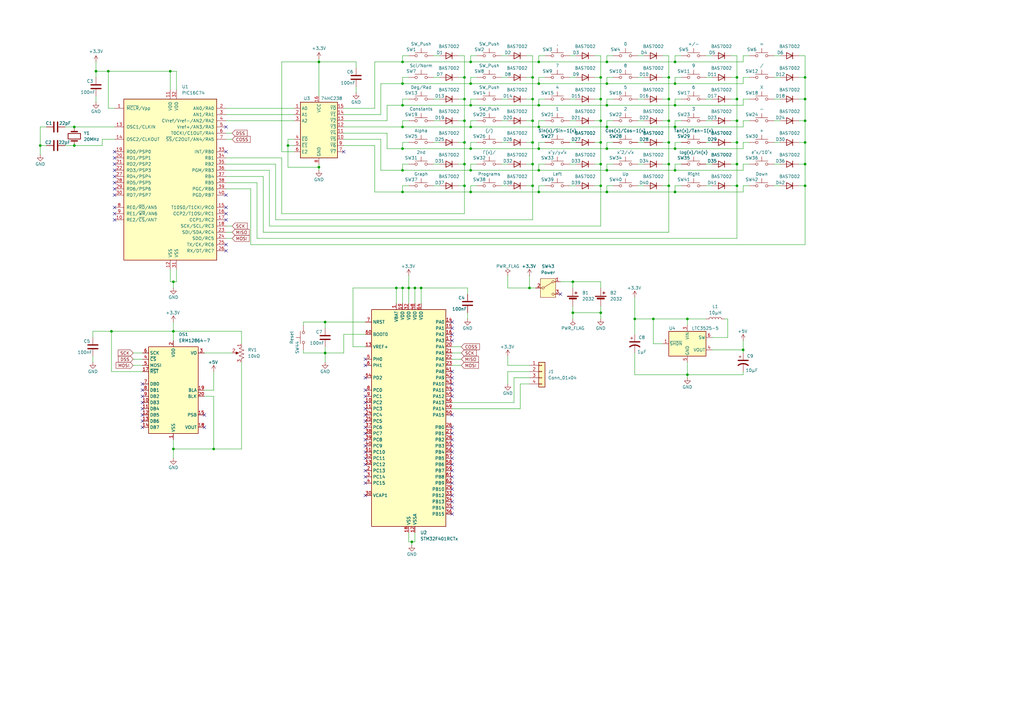
<source format=kicad_sch>
(kicad_sch (version 20231120) (generator "eeschema") (generator_version "8.0")
  (paper "A3")
  (junction (at 246.38 49.53))
  (junction (at 304.8 143.51))
  (junction (at 274.32 31.75))
  (junction (at 220.98 43.18))
  (junction (at 248.92 43.18))
  (junction (at 281.94 130.81))
  (junction (at 193.04 25.4))
  (junction (at 248.92 25.4))
  (junction (at 118.11 59.69))
  (junction (at 193.04 52.07))
  (junction (at 246.38 40.64))
  (junction (at 302.26 49.53))
  (junction (at 162.56 118.11))
  (junction (at 234.95 128.27))
  (junction (at 130.81 25.4))
  (junction (at 130.81 68.58))
  (junction (at 190.5 31.75))
  (junction (at 220.98 69.85))
  (junction (at 190.5 58.42))
  (junction (at 302.26 67.31))
  (junction (at 276.86 69.85))
  (junction (at 281.94 153.67))
  (junction (at 274.32 58.42))
  (junction (at 276.86 43.18))
  (junction (at 246.38 76.2))
  (junction (at 193.04 78.74))
  (junction (at 302.26 58.42))
  (junction (at 218.44 49.53))
  (junction (at 133.35 144.78))
  (junction (at 220.98 78.74))
  (junction (at 220.98 25.4))
  (junction (at 267.97 130.81))
  (junction (at 217.17 118.11))
  (junction (at 276.86 78.74))
  (junction (at 220.98 60.96))
  (junction (at 330.2 67.31))
  (junction (at 71.12 135.89))
  (junction (at 276.86 25.4))
  (junction (at 193.04 69.85))
  (junction (at 16.51 59.69))
  (junction (at 165.1 43.18))
  (junction (at 168.91 222.25))
  (junction (at 190.5 67.31))
  (junction (at 39.37 29.21))
  (junction (at 165.1 78.74))
  (junction (at 302.26 31.75))
  (junction (at 190.5 40.64))
  (junction (at 274.32 40.64))
  (junction (at 165.1 52.07))
  (junction (at 218.44 31.75))
  (junction (at 165.1 60.96))
  (junction (at 220.98 34.29))
  (junction (at 87.63 184.15))
  (junction (at 330.2 58.42))
  (junction (at 71.12 184.15))
  (junction (at 248.92 34.29))
  (junction (at 218.44 76.2))
  (junction (at 165.1 25.4))
  (junction (at 193.04 43.18))
  (junction (at 167.64 118.11))
  (junction (at 30.48 52.07))
  (junction (at 45.72 135.89))
  (junction (at 165.1 118.11))
  (junction (at 330.2 76.2))
  (junction (at 44.45 29.21))
  (junction (at 165.1 34.29))
  (junction (at 193.04 60.96))
  (junction (at 276.86 52.07))
  (junction (at 260.35 130.81))
  (junction (at 248.92 78.74))
  (junction (at 193.04 34.29))
  (junction (at 190.5 76.2))
  (junction (at 274.32 49.53))
  (junction (at 248.92 69.85))
  (junction (at 276.86 60.96))
  (junction (at 170.18 118.11))
  (junction (at 276.86 34.29))
  (junction (at 274.32 76.2))
  (junction (at 246.38 67.31))
  (junction (at 218.44 58.42))
  (junction (at 172.72 118.11))
  (junction (at 218.44 67.31))
  (junction (at 30.48 59.69))
  (junction (at 220.98 52.07))
  (junction (at 246.38 58.42))
  (junction (at 234.95 115.57))
  (junction (at 302.26 76.2))
  (junction (at 246.38 31.75))
  (junction (at 190.5 49.53))
  (junction (at 71.12 115.57))
  (junction (at 133.35 132.08))
  (junction (at 248.92 52.07))
  (junction (at 246.38 128.27))
  (junction (at 165.1 69.85))
  (junction (at 218.44 40.64))
  (junction (at 302.26 40.64))
  (junction (at 274.32 67.31))
  (junction (at 248.92 60.96))
  (junction (at 330.2 31.75))
  (junction (at 330.2 40.64))
  (junction (at 69.85 29.21))
  (junction (at 330.2 49.53))
  (no_connect (at 46.99 69.85))
  (no_connect (at 83.82 175.26))
  (no_connect (at 149.86 160.02))
  (no_connect (at 185.42 162.56))
  (no_connect (at 58.42 170.18))
  (no_connect (at 58.42 172.72))
  (no_connect (at 46.99 85.09))
  (no_connect (at 185.42 208.28))
  (no_connect (at 149.86 198.12))
  (no_connect (at 229.87 120.65))
  (no_connect (at 149.86 177.8))
  (no_connect (at 92.71 87.63))
  (no_connect (at 46.99 72.39))
  (no_connect (at 185.42 203.2))
  (no_connect (at 185.42 210.82))
  (no_connect (at 92.71 100.33))
  (no_connect (at 149.86 193.04))
  (no_connect (at 46.99 74.93))
  (no_connect (at 185.42 134.62))
  (no_connect (at 58.42 175.26))
  (no_connect (at 149.86 203.2))
  (no_connect (at 46.99 62.23))
  (no_connect (at 58.42 162.56))
  (no_connect (at 46.99 87.63))
  (no_connect (at 185.42 154.94))
  (no_connect (at 185.42 175.26))
  (no_connect (at 46.99 64.77))
  (no_connect (at 46.99 67.31))
  (no_connect (at 46.99 77.47))
  (no_connect (at 58.42 157.48))
  (no_connect (at 185.42 200.66))
  (no_connect (at 149.86 170.18))
  (no_connect (at 185.42 193.04))
  (no_connect (at 185.42 205.74))
  (no_connect (at 58.42 167.64))
  (no_connect (at 58.42 160.02))
  (no_connect (at 140.97 62.23))
  (no_connect (at 149.86 154.94))
  (no_connect (at 185.42 187.96))
  (no_connect (at 92.71 62.23))
  (no_connect (at 185.42 160.02))
  (no_connect (at 92.71 102.87))
  (no_connect (at 185.42 185.42))
  (no_connect (at 185.42 198.12))
  (no_connect (at 58.42 165.1))
  (no_connect (at 46.99 80.01))
  (no_connect (at 92.71 85.09))
  (no_connect (at 149.86 149.86))
  (no_connect (at 185.42 170.18))
  (no_connect (at 149.86 195.58))
  (no_connect (at 92.71 52.07))
  (no_connect (at 185.42 132.08))
  (no_connect (at 149.86 190.5))
  (no_connect (at 185.42 177.8))
  (no_connect (at 149.86 180.34))
  (no_connect (at 185.42 137.16))
  (no_connect (at 149.86 175.26))
  (no_connect (at 185.42 182.88))
  (no_connect (at 149.86 167.64))
  (no_connect (at 185.42 157.48))
  (no_connect (at 185.42 139.7))
  (no_connect (at 92.71 90.17))
  (no_connect (at 149.86 147.32))
  (no_connect (at 149.86 162.56))
  (no_connect (at 185.42 152.4))
  (no_connect (at 149.86 187.96))
  (no_connect (at 149.86 165.1))
  (no_connect (at 185.42 190.5))
  (no_connect (at 83.82 170.18))
  (no_connect (at 185.42 180.34))
  (no_connect (at 149.86 185.42))
  (no_connect (at 46.99 90.17))
  (no_connect (at 92.71 80.01))
  (no_connect (at 185.42 195.58))
  (no_connect (at 149.86 182.88))
  (no_connect (at 149.86 172.72))
  (wire (pts (xy 289.56 40.64) (xy 292.1 40.64)))
  (wire (pts (xy 168.91 222.25) (xy 170.18 222.25)))
  (wire (pts (xy 71.12 184.15) (xy 71.12 180.34)))
  (wire (pts (xy 233.68 58.42) (xy 236.22 58.42)))
  (wire (pts (xy 299.72 58.42) (xy 302.26 58.42)))
  (wire (pts (xy 162.56 118.11) (xy 165.1 118.11)))
  (wire (pts (xy 276.86 40.64) (xy 276.86 43.18)))
  (wire (pts (xy 167.64 118.11) (xy 167.64 124.46)))
  (wire (pts (xy 243.84 22.86) (xy 246.38 22.86)))
  (wire (pts (xy 220.98 78.74) (xy 248.92 78.74)))
  (wire (pts (xy 271.78 40.64) (xy 274.32 40.64)))
  (wire (pts (xy 243.84 49.53) (xy 246.38 49.53)))
  (wire (pts (xy 58.42 152.4) (xy 45.72 152.4)))
  (wire (pts (xy 69.85 29.21) (xy 72.39 29.21)))
  (wire (pts (xy 299.72 49.53) (xy 302.26 49.53)))
  (wire (pts (xy 276.86 25.4) (xy 304.8 25.4)))
  (wire (pts (xy 110.49 69.85) (xy 92.71 69.85)))
  (wire (pts (xy 115.57 64.77) (xy 115.57 87.63)))
  (wire (pts (xy 167.64 31.75) (xy 165.1 31.75)))
  (wire (pts (xy 251.46 76.2) (xy 248.92 76.2)))
  (wire (pts (xy 54.61 149.86) (xy 58.42 149.86)))
  (wire (pts (xy 87.63 184.15) (xy 87.63 162.56)))
  (wire (pts (xy 38.1 135.89) (xy 45.72 135.89)))
  (wire (pts (xy 289.56 31.75) (xy 292.1 31.75)))
  (wire (pts (xy 107.95 95.25) (xy 274.32 95.25)))
  (wire (pts (xy 102.87 77.47) (xy 92.71 77.47)))
  (wire (pts (xy 276.86 78.74) (xy 304.8 78.74)))
  (wire (pts (xy 167.64 76.2) (xy 165.1 76.2)))
  (wire (pts (xy 71.12 115.57) (xy 72.39 115.57)))
  (wire (pts (xy 274.32 49.53) (xy 274.32 58.42)))
  (wire (pts (xy 302.26 49.53) (xy 302.26 58.42)))
  (wire (pts (xy 234.95 128.27) (xy 246.38 128.27)))
  (wire (pts (xy 210.82 154.94) (xy 210.82 165.1)))
  (wire (pts (xy 299.72 67.31) (xy 302.26 67.31)))
  (wire (pts (xy 213.36 157.48) (xy 213.36 167.64)))
  (wire (pts (xy 208.28 118.11) (xy 217.17 118.11)))
  (wire (pts (xy 71.12 115.57) (xy 71.12 118.11)))
  (wire (pts (xy 289.56 49.53) (xy 292.1 49.53)))
  (wire (pts (xy 297.18 130.81) (xy 298.45 130.81)))
  (wire (pts (xy 246.38 125.73) (xy 246.38 128.27)))
  (wire (pts (xy 195.58 67.31) (xy 193.04 67.31)))
  (wire (pts (xy 330.2 100.33) (xy 102.87 100.33)))
  (wire (pts (xy 248.92 76.2) (xy 248.92 78.74)))
  (wire (pts (xy 193.04 69.85) (xy 220.98 69.85)))
  (wire (pts (xy 304.8 40.64) (xy 304.8 43.18)))
  (wire (pts (xy 87.63 184.15) (xy 71.12 184.15)))
  (wire (pts (xy 190.5 67.31) (xy 190.5 76.2)))
  (wire (pts (xy 274.32 22.86) (xy 274.32 31.75)))
  (wire (pts (xy 193.04 31.75) (xy 193.04 34.29)))
  (wire (pts (xy 193.04 43.18) (xy 220.98 43.18)))
  (wire (pts (xy 177.8 67.31) (xy 180.34 67.31)))
  (wire (pts (xy 243.84 76.2) (xy 246.38 76.2)))
  (wire (pts (xy 87.63 152.4) (xy 87.63 160.02)))
  (wire (pts (xy 248.92 25.4) (xy 276.86 25.4)))
  (wire (pts (xy 195.58 22.86) (xy 193.04 22.86)))
  (wire (pts (xy 279.4 49.53) (xy 276.86 49.53)))
  (wire (pts (xy 215.9 58.42) (xy 218.44 58.42)))
  (wire (pts (xy 251.46 22.86) (xy 248.92 22.86)))
  (wire (pts (xy 251.46 67.31) (xy 248.92 67.31)))
  (wire (pts (xy 39.37 31.75) (xy 39.37 29.21)))
  (wire (pts (xy 307.34 67.31) (xy 304.8 67.31)))
  (wire (pts (xy 118.11 68.58) (xy 130.81 68.58)))
  (wire (pts (xy 248.92 22.86) (xy 248.92 25.4)))
  (wire (pts (xy 165.1 40.64) (xy 165.1 43.18)))
  (wire (pts (xy 218.44 67.31) (xy 218.44 76.2)))
  (wire (pts (xy 267.97 140.97) (xy 267.97 130.81)))
  (wire (pts (xy 193.04 52.07) (xy 220.98 52.07)))
  (wire (pts (xy 177.8 31.75) (xy 180.34 31.75)))
  (wire (pts (xy 195.58 31.75) (xy 193.04 31.75)))
  (wire (pts (xy 307.34 76.2) (xy 304.8 76.2)))
  (wire (pts (xy 271.78 58.42) (xy 274.32 58.42)))
  (wire (pts (xy 223.52 76.2) (xy 220.98 76.2)))
  (wire (pts (xy 261.62 31.75) (xy 264.16 31.75)))
  (wire (pts (xy 289.56 22.86) (xy 292.1 22.86)))
  (wire (pts (xy 71.12 132.08) (xy 71.12 135.89)))
  (wire (pts (xy 218.44 58.42) (xy 218.44 67.31)))
  (wire (pts (xy 187.96 76.2) (xy 190.5 76.2)))
  (wire (pts (xy 69.85 29.21) (xy 69.85 36.83)))
  (wire (pts (xy 165.1 52.07) (xy 193.04 52.07)))
  (wire (pts (xy 165.1 43.18) (xy 193.04 43.18)))
  (wire (pts (xy 271.78 22.86) (xy 274.32 22.86)))
  (wire (pts (xy 165.1 25.4) (xy 193.04 25.4)))
  (wire (pts (xy 69.85 115.57) (xy 71.12 115.57)))
  (wire (pts (xy 302.26 40.64) (xy 302.26 49.53)))
  (wire (pts (xy 105.41 97.79) (xy 302.26 97.79)))
  (wire (pts (xy 304.8 153.67) (xy 304.8 152.4)))
  (wire (pts (xy 261.62 76.2) (xy 264.16 76.2)))
  (wire (pts (xy 274.32 58.42) (xy 274.32 67.31)))
  (wire (pts (xy 124.46 133.35) (xy 124.46 132.08)))
  (wire (pts (xy 38.1 146.05) (xy 38.1 148.59)))
  (wire (pts (xy 302.26 76.2) (xy 302.26 97.79)))
  (wire (pts (xy 113.03 67.31) (xy 92.71 67.31)))
  (wire (pts (xy 83.82 160.02) (xy 87.63 160.02)))
  (wire (pts (xy 218.44 76.2) (xy 218.44 90.17)))
  (wire (pts (xy 167.64 222.25) (xy 168.91 222.25)))
  (wire (pts (xy 276.86 49.53) (xy 276.86 52.07)))
  (wire (pts (xy 205.74 58.42) (xy 208.28 58.42)))
  (wire (pts (xy 234.95 115.57) (xy 234.95 118.11)))
  (wire (pts (xy 299.72 40.64) (xy 302.26 40.64)))
  (wire (pts (xy 251.46 49.53) (xy 248.92 49.53)))
  (wire (pts (xy 219.71 118.11) (xy 217.17 118.11)))
  (wire (pts (xy 193.04 58.42) (xy 193.04 60.96)))
  (wire (pts (xy 99.06 140.97) (xy 99.06 135.89)))
  (wire (pts (xy 158.75 49.53) (xy 158.75 43.18)))
  (wire (pts (xy 102.87 100.33) (xy 102.87 77.47)))
  (wire (pts (xy 193.04 34.29) (xy 220.98 34.29)))
  (wire (pts (xy 274.32 40.64) (xy 274.32 49.53)))
  (wire (pts (xy 69.85 110.49) (xy 69.85 115.57)))
  (wire (pts (xy 220.98 34.29) (xy 248.92 34.29)))
  (wire (pts (xy 218.44 40.64) (xy 218.44 49.53)))
  (wire (pts (xy 261.62 58.42) (xy 264.16 58.42)))
  (wire (pts (xy 153.67 25.4) (xy 153.67 44.45)))
  (wire (pts (xy 220.98 40.64) (xy 220.98 43.18)))
  (wire (pts (xy 248.92 40.64) (xy 248.92 43.18)))
  (wire (pts (xy 248.92 78.74) (xy 276.86 78.74)))
  (wire (pts (xy 172.72 118.11) (xy 172.72 124.46)))
  (wire (pts (xy 233.68 67.31) (xy 236.22 67.31)))
  (wire (pts (xy 246.38 67.31) (xy 246.38 76.2)))
  (wire (pts (xy 233.68 76.2) (xy 236.22 76.2)))
  (wire (pts (xy 16.51 59.69) (xy 19.05 59.69)))
  (wire (pts (xy 220.98 25.4) (xy 248.92 25.4)))
  (wire (pts (xy 195.58 76.2) (xy 193.04 76.2)))
  (wire (pts (xy 317.5 67.31) (xy 320.04 67.31)))
  (wire (pts (xy 158.75 54.61) (xy 158.75 60.96)))
  (wire (pts (xy 208.28 146.05) (xy 208.28 149.86)))
  (wire (pts (xy 190.5 49.53) (xy 190.5 58.42)))
  (wire (pts (xy 187.96 49.53) (xy 190.5 49.53)))
  (wire (pts (xy 261.62 49.53) (xy 264.16 49.53)))
  (wire (pts (xy 118.11 59.69) (xy 120.65 59.69)))
  (wire (pts (xy 72.39 29.21) (xy 72.39 36.83)))
  (wire (pts (xy 165.1 49.53) (xy 165.1 52.07)))
  (wire (pts (xy 246.38 128.27) (xy 246.38 130.81)))
  (wire (pts (xy 279.4 22.86) (xy 276.86 22.86)))
  (wire (pts (xy 130.81 68.58) (xy 130.81 69.85)))
  (wire (pts (xy 276.86 76.2) (xy 276.86 78.74)))
  (wire (pts (xy 140.97 59.69) (xy 153.67 59.69)))
  (wire (pts (xy 165.1 118.11) (xy 165.1 124.46)))
  (wire (pts (xy 118.11 59.69) (xy 118.11 68.58)))
  (wire (pts (xy 327.66 31.75) (xy 330.2 31.75)))
  (wire (pts (xy 261.62 22.86) (xy 264.16 22.86)))
  (wire (pts (xy 220.98 76.2) (xy 220.98 78.74)))
  (wire (pts (xy 330.2 22.86) (xy 330.2 31.75)))
  (wire (pts (xy 246.38 76.2) (xy 246.38 92.71)))
  (wire (pts (xy 167.64 67.31) (xy 165.1 67.31)))
  (wire (pts (xy 71.12 135.89) (xy 99.06 135.89)))
  (wire (pts (xy 177.8 58.42) (xy 180.34 58.42)))
  (wire (pts (xy 215.9 31.75) (xy 218.44 31.75)))
  (wire (pts (xy 193.04 25.4) (xy 220.98 25.4)))
  (wire (pts (xy 168.91 222.25) (xy 168.91 223.52)))
  (wire (pts (xy 243.84 31.75) (xy 246.38 31.75)))
  (wire (pts (xy 218.44 31.75) (xy 218.44 40.64)))
  (wire (pts (xy 187.96 31.75) (xy 190.5 31.75)))
  (wire (pts (xy 302.26 22.86) (xy 302.26 31.75)))
  (wire (pts (xy 193.04 78.74) (xy 220.98 78.74)))
  (wire (pts (xy 304.8 58.42) (xy 304.8 60.96)))
  (wire (pts (xy 304.8 49.53) (xy 304.8 52.07)))
  (wire (pts (xy 193.04 49.53) (xy 193.04 52.07)))
  (wire (pts (xy 220.98 69.85) (xy 248.92 69.85)))
  (wire (pts (xy 327.66 76.2) (xy 330.2 76.2)))
  (wire (pts (xy 165.1 22.86) (xy 165.1 25.4)))
  (wire (pts (xy 149.86 142.24) (xy 144.78 142.24)))
  (wire (pts (xy 118.11 57.15) (xy 118.11 59.69)))
  (wire (pts (xy 205.74 22.86) (xy 208.28 22.86)))
  (wire (pts (xy 99.06 184.15) (xy 99.06 148.59)))
  (wire (pts (xy 223.52 22.86) (xy 220.98 22.86)))
  (wire (pts (xy 133.35 144.78) (xy 140.97 144.78)))
  (wire (pts (xy 71.12 135.89) (xy 71.12 139.7)))
  (wire (pts (xy 220.98 58.42) (xy 220.98 60.96)))
  (wire (pts (xy 298.45 138.43) (xy 292.1 138.43)))
  (wire (pts (xy 307.34 49.53) (xy 304.8 49.53)))
  (wire (pts (xy 299.72 76.2) (xy 302.26 76.2)))
  (wire (pts (xy 246.38 40.64) (xy 246.38 49.53)))
  (wire (pts (xy 26.67 59.69) (xy 30.48 59.69)))
  (wire (pts (xy 167.64 49.53) (xy 165.1 49.53)))
  (wire (pts (xy 289.56 58.42) (xy 292.1 58.42)))
  (wire (pts (xy 330.2 67.31) (xy 330.2 76.2)))
  (wire (pts (xy 177.8 40.64) (xy 180.34 40.64)))
  (wire (pts (xy 317.5 76.2) (xy 320.04 76.2)))
  (wire (pts (xy 260.35 121.92) (xy 260.35 130.81)))
  (wire (pts (xy 261.62 40.64) (xy 264.16 40.64)))
  (wire (pts (xy 170.18 118.11) (xy 170.18 124.46)))
  (wire (pts (xy 158.75 60.96) (xy 165.1 60.96)))
  (wire (pts (xy 170.18 118.11) (xy 172.72 118.11)))
  (wire (pts (xy 218.44 22.86) (xy 218.44 31.75)))
  (wire (pts (xy 165.1 60.96) (xy 193.04 60.96)))
  (wire (pts (xy 248.92 60.96) (xy 276.86 60.96)))
  (wire (pts (xy 146.05 35.56) (xy 146.05 38.1)))
  (wire (pts (xy 233.68 31.75) (xy 236.22 31.75)))
  (wire (pts (xy 133.35 144.78) (xy 133.35 148.59)))
  (wire (pts (xy 39.37 29.21) (xy 44.45 29.21)))
  (wire (pts (xy 195.58 49.53) (xy 193.04 49.53)))
  (wire (pts (xy 304.8 139.7) (xy 304.8 143.51)))
  (wire (pts (xy 124.46 132.08) (xy 133.35 132.08)))
  (wire (pts (xy 267.97 130.81) (xy 281.94 130.81)))
  (wire (pts (xy 41.91 59.69) (xy 30.48 59.69)))
  (wire (pts (xy 218.44 90.17) (xy 113.03 90.17)))
  (wire (pts (xy 317.5 40.64) (xy 320.04 40.64)))
  (wire (pts (xy 16.51 52.07) (xy 16.51 59.69)))
  (wire (pts (xy 317.5 58.42) (xy 320.04 58.42)))
  (wire (pts (xy 279.4 76.2) (xy 276.86 76.2)))
  (wire (pts (xy 83.82 162.56) (xy 87.63 162.56)))
  (wire (pts (xy 251.46 58.42) (xy 248.92 58.42)))
  (wire (pts (xy 130.81 25.4) (xy 146.05 25.4)))
  (wire (pts (xy 170.18 222.25) (xy 170.18 218.44)))
  (wire (pts (xy 140.97 57.15) (xy 156.21 57.15)))
  (wire (pts (xy 276.86 31.75) (xy 276.86 34.29)))
  (wire (pts (xy 191.77 120.65) (xy 191.77 118.11)))
  (wire (pts (xy 276.86 34.29) (xy 304.8 34.29)))
  (wire (pts (xy 223.52 58.42) (xy 220.98 58.42)))
  (wire (pts (xy 133.35 132.08) (xy 149.86 132.08)))
  (wire (pts (xy 165.1 58.42) (xy 165.1 60.96)))
  (wire (pts (xy 276.86 58.42) (xy 276.86 60.96)))
  (wire (pts (xy 299.72 22.86) (xy 302.26 22.86)))
  (wire (pts (xy 220.98 22.86) (xy 220.98 25.4)))
  (wire (pts (xy 220.98 31.75) (xy 220.98 34.29)))
  (wire (pts (xy 165.1 67.31) (xy 165.1 69.85)))
  (wire (pts (xy 46.99 57.15) (xy 41.91 57.15)))
  (wire (pts (xy 213.36 167.64) (xy 185.42 167.64)))
  (wire (pts (xy 92.71 97.79) (xy 95.25 97.79)))
  (wire (pts (xy 302.26 58.42) (xy 302.26 67.31)))
  (wire (pts (xy 115.57 62.23) (xy 115.57 25.4)))
  (wire (pts (xy 185.42 149.86) (xy 189.23 149.86)))
  (wire (pts (xy 281.94 133.35) (xy 281.94 130.81)))
  (wire (pts (xy 107.95 72.39) (xy 107.95 95.25)))
  (wire (pts (xy 185.42 144.78) (xy 189.23 144.78)))
  (wire (pts (xy 317.5 49.53) (xy 320.04 49.53)))
  (wire (pts (xy 156.21 34.29) (xy 165.1 34.29)))
  (wire (pts (xy 233.68 40.64) (xy 236.22 40.64)))
  (wire (pts (xy 105.41 74.93) (xy 105.41 97.79)))
  (wire (pts (xy 172.72 118.11) (xy 191.77 118.11)))
  (wire (pts (xy 271.78 49.53) (xy 274.32 49.53)))
  (wire (pts (xy 193.04 22.86) (xy 193.04 25.4)))
  (wire (pts (xy 248.92 31.75) (xy 248.92 34.29)))
  (wire (pts (xy 304.8 144.78) (xy 304.8 143.51)))
  (wire (pts (xy 271.78 140.97) (xy 267.97 140.97)))
  (wire (pts (xy 130.81 25.4) (xy 130.81 24.13)))
  (wire (pts (xy 261.62 67.31) (xy 264.16 67.31)))
  (wire (pts (xy 248.92 69.85) (xy 276.86 69.85)))
  (wire (pts (xy 281.94 153.67) (xy 304.8 153.67)))
  (wire (pts (xy 220.98 43.18) (xy 248.92 43.18)))
  (wire (pts (xy 271.78 31.75) (xy 274.32 31.75)))
  (wire (pts (xy 191.77 128.27) (xy 191.77 130.81)))
  (wire (pts (xy 92.71 46.99) (xy 120.65 46.99)))
  (wire (pts (xy 190.5 40.64) (xy 190.5 49.53)))
  (wire (pts (xy 271.78 76.2) (xy 274.32 76.2)))
  (wire (pts (xy 281.94 153.67) (xy 281.94 154.94)))
  (wire (pts (xy 274.32 67.31) (xy 274.32 76.2)))
  (wire (pts (xy 205.74 31.75) (xy 208.28 31.75)))
  (wire (pts (xy 281.94 130.81) (xy 289.56 130.81)))
  (wire (pts (xy 210.82 165.1) (xy 185.42 165.1)))
  (wire (pts (xy 243.84 40.64) (xy 246.38 40.64)))
  (wire (pts (xy 304.8 67.31) (xy 304.8 69.85)))
  (wire (pts (xy 144.78 142.24) (xy 144.78 118.11)))
  (wire (pts (xy 215.9 49.53) (xy 218.44 49.53)))
  (wire (pts (xy 205.74 40.64) (xy 208.28 40.64)))
  (wire (pts (xy 205.74 67.31) (xy 208.28 67.31)))
  (wire (pts (xy 276.86 52.07) (xy 304.8 52.07)))
  (wire (pts (xy 120.65 57.15) (xy 118.11 57.15)))
  (wire (pts (xy 215.9 22.86) (xy 218.44 22.86)))
  (wire (pts (xy 279.4 40.64) (xy 276.86 40.64)))
  (wire (pts (xy 92.71 64.77) (xy 115.57 64.77)))
  (wire (pts (xy 167.64 113.03) (xy 167.64 118.11)))
  (wire (pts (xy 327.66 40.64) (xy 330.2 40.64)))
  (wire (pts (xy 243.84 67.31) (xy 246.38 67.31)))
  (wire (pts (xy 124.46 143.51) (xy 124.46 144.78)))
  (wire (pts (xy 72.39 115.57) (xy 72.39 110.49)))
  (wire (pts (xy 260.35 144.78) (xy 260.35 153.67)))
  (wire (pts (xy 140.97 49.53) (xy 158.75 49.53)))
  (wire (pts (xy 215.9 76.2) (xy 218.44 76.2)))
  (wire (pts (xy 248.92 58.42) (xy 248.92 60.96)))
  (wire (pts (xy 177.8 22.86) (xy 180.34 22.86)))
  (wire (pts (xy 158.75 43.18) (xy 165.1 43.18)))
  (wire (pts (xy 45.72 152.4) (xy 45.72 135.89)))
  (wire (pts (xy 19.05 52.07) (xy 16.51 52.07)))
  (wire (pts (xy 115.57 87.63) (xy 190.5 87.63)))
  (wire (pts (xy 185.42 147.32) (xy 189.23 147.32)))
  (wire (pts (xy 304.8 31.75) (xy 304.8 34.29)))
  (wire (pts (xy 276.86 22.86) (xy 276.86 25.4)))
  (wire (pts (xy 302.26 31.75) (xy 302.26 40.64)))
  (wire (pts (xy 162.56 124.46) (xy 162.56 118.11)))
  (wire (pts (xy 260.35 130.81) (xy 267.97 130.81)))
  (wire (pts (xy 246.38 22.86) (xy 246.38 31.75)))
  (wire (pts (xy 327.66 49.53) (xy 330.2 49.53)))
  (wire (pts (xy 140.97 137.16) (xy 140.97 144.78)))
  (wire (pts (xy 234.95 115.57) (xy 246.38 115.57)))
  (wire (pts (xy 276.86 69.85) (xy 304.8 69.85)))
  (wire (pts (xy 248.92 43.18) (xy 276.86 43.18)))
  (wire (pts (xy 279.4 58.42) (xy 276.86 58.42)))
  (wire (pts (xy 279.4 31.75) (xy 276.86 31.75)))
  (wire (pts (xy 205.74 49.53) (xy 208.28 49.53)))
  (wire (pts (xy 223.52 31.75) (xy 220.98 31.75)))
  (wire (pts (xy 248.92 49.53) (xy 248.92 52.07)))
  (wire (pts (xy 234.95 128.27) (xy 234.95 130.81)))
  (wire (pts (xy 281.94 148.59) (xy 281.94 153.67)))
  (wire (pts (xy 274.32 31.75) (xy 274.32 40.64)))
  (wire (pts (xy 156.21 57.15) (xy 156.21 69.85)))
  (wire (pts (xy 220.98 60.96) (xy 248.92 60.96)))
  (wire (pts (xy 248.92 52.07) (xy 276.86 52.07)))
  (wire (pts (xy 156.21 69.85) (xy 165.1 69.85)))
  (wire (pts (xy 279.4 67.31) (xy 276.86 67.31)))
  (wire (pts (xy 92.71 74.93) (xy 105.41 74.93)))
  (wire (pts (xy 289.56 67.31) (xy 292.1 67.31)))
  (wire (pts (xy 113.03 90.17) (xy 113.03 67.31)))
  (wire (pts (xy 317.5 31.75) (xy 320.04 31.75)))
  (wire (pts (xy 190.5 58.42) (xy 190.5 67.31)))
  (wire (pts (xy 165.1 118.11) (xy 167.64 118.11)))
  (wire (pts (xy 187.96 67.31) (xy 190.5 67.31)))
  (wire (pts (xy 130.81 67.31) (xy 130.81 68.58)))
  (wire (pts (xy 330.2 49.53) (xy 330.2 58.42)))
  (wire (pts (xy 307.34 22.86) (xy 304.8 22.86)))
  (wire (pts (xy 208.28 113.03) (xy 208.28 118.11)))
  (wire (pts (xy 153.67 78.74) (xy 165.1 78.74)))
  (wire (pts (xy 215.9 67.31) (xy 218.44 67.31)))
  (wire (pts (xy 193.04 76.2) (xy 193.04 78.74)))
  (wire (pts (xy 220.98 49.53) (xy 220.98 52.07)))
  (wire (pts (xy 133.35 144.78) (xy 133.35 142.24)))
  (wire (pts (xy 327.66 22.86) (xy 330.2 22.86)))
  (wire (pts (xy 195.58 40.64) (xy 193.04 40.64)))
  (wire (pts (xy 307.34 31.75) (xy 304.8 31.75)))
  (wire (pts (xy 140.97 54.61) (xy 158.75 54.61)))
  (wire (pts (xy 190.5 22.86) (xy 190.5 31.75)))
  (wire (pts (xy 45.72 135.89) (xy 71.12 135.89)))
  (wire (pts (xy 185.42 142.24) (xy 189.23 142.24)))
  (wire (pts (xy 246.38 49.53) (xy 246.38 58.42)))
  (wire (pts (xy 243.84 58.42) (xy 246.38 58.42)))
  (wire (pts (xy 92.71 49.53) (xy 120.65 49.53)))
  (wire (pts (xy 304.8 143.51) (xy 292.1 143.51)))
  (wire (pts (xy 167.64 58.42) (xy 165.1 58.42)))
  (wire (pts (xy 220.98 67.31) (xy 220.98 69.85)))
  (wire (pts (xy 87.63 184.15) (xy 99.06 184.15)))
  (wire (pts (xy 193.04 67.31) (xy 193.04 69.85)))
  (wire (pts (xy 234.95 125.73) (xy 234.95 128.27)))
  (wire (pts (xy 302.26 67.31) (xy 302.26 76.2)))
  (wire (pts (xy 298.45 130.81) (xy 298.45 138.43)))
  (wire (pts (xy 165.1 31.75) (xy 165.1 34.29)))
  (wire (pts (xy 223.52 49.53) (xy 220.98 49.53)))
  (wire (pts (xy 153.67 44.45) (xy 140.97 44.45)))
  (wire (pts (xy 276.86 43.18) (xy 304.8 43.18)))
  (wire (pts (xy 271.78 67.31) (xy 274.32 67.31)))
  (wire (pts (xy 223.52 40.64) (xy 220.98 40.64)))
  (wire (pts (xy 330.2 58.42) (xy 330.2 67.31)))
  (wire (pts (xy 115.57 25.4) (xy 130.81 25.4)))
  (wire (pts (xy 220.98 52.07) (xy 248.92 52.07)))
  (wire (pts (xy 133.35 132.08) (xy 133.35 134.62)))
  (wire (pts (xy 92.71 95.25) (xy 95.25 95.25)))
  (wire (pts (xy 165.1 78.74) (xy 193.04 78.74)))
  (wire (pts (xy 177.8 49.53) (xy 180.34 49.53)))
  (wire (pts (xy 190.5 31.75) (xy 190.5 40.64)))
  (wire (pts (xy 46.99 44.45) (xy 44.45 44.45)))
  (wire (pts (xy 39.37 25.4) (xy 39.37 29.21)))
  (wire (pts (xy 140.97 52.07) (xy 165.1 52.07)))
  (wire (pts (xy 190.5 76.2) (xy 190.5 87.63)))
  (wire (pts (xy 246.38 58.42) (xy 246.38 67.31)))
  (wire (pts (xy 307.34 40.64) (xy 304.8 40.64)))
  (wire (pts (xy 213.36 157.48) (xy 217.17 157.48)))
  (wire (pts (xy 38.1 138.43) (xy 38.1 135.89)))
  (wire (pts (xy 54.61 147.32) (xy 58.42 147.32)))
  (wire (pts (xy 92.71 44.45) (xy 120.65 44.45)))
  (wire (pts (xy 44.45 44.45) (xy 44.45 29.21)))
  (wire (pts (xy 299.72 31.75) (xy 302.26 31.75)))
  (wire (pts (xy 83.82 144.78) (xy 95.25 144.78)))
  (wire (pts (xy 187.96 58.42) (xy 190.5 58.42)))
  (wire (pts (xy 92.71 54.61) (xy 95.25 54.61)))
  (wire (pts (xy 92.71 72.39) (xy 107.95 72.39)))
  (wire (pts (xy 246.38 92.71) (xy 110.49 92.71)))
  (wire (pts (xy 39.37 39.37) (xy 39.37 41.91)))
  (wire (pts (xy 289.56 76.2) (xy 292.1 76.2)))
  (wire (pts (xy 92.71 92.71) (xy 95.25 92.71)))
  (wire (pts (xy 71.12 184.15) (xy 71.12 187.96)))
  (wire (pts (xy 208.28 152.4) (xy 217.17 152.4)))
  (wire (pts (xy 304.8 22.86) (xy 304.8 25.4)))
  (wire (pts (xy 276.86 60.96) (xy 304.8 60.96)))
  (wire (pts (xy 251.46 31.75) (xy 248.92 31.75)))
  (wire (pts (xy 304.8 76.2) (xy 304.8 78.74)))
  (wire (pts (xy 223.52 67.31) (xy 220.98 67.31)))
  (wire (pts (xy 248.92 67.31) (xy 248.92 69.85)))
  (wire (pts (xy 165.1 69.85) (xy 193.04 69.85)))
  (wire (pts (xy 327.66 67.31) (xy 330.2 67.31)))
  (wire (pts (xy 251.46 40.64) (xy 248.92 40.64)))
  (wire (pts (xy 327.66 58.42) (xy 330.2 58.42)))
  (wire (pts (xy 246.38 115.57) (xy 246.38 118.11)))
  (wire (pts (xy 260.35 130.81) (xy 260.35 137.16)))
  (wire (pts (xy 248.92 34.29) (xy 276.86 34.29)))
  (wire (pts (xy 217.17 118.11) (xy 217.17 113.03)))
  (wire (pts (xy 153.67 59.69) (xy 153.67 78.74)))
  (wire (pts (xy 167.64 22.86) (xy 165.1 22.86)))
  (wire (pts (xy 215.9 40.64) (xy 218.44 40.64)))
  (wire (pts (xy 167.64 118.11) (xy 170.18 118.11)))
  (wire (pts (xy 276.86 67.31) (xy 276.86 69.85)))
  (wire (pts (xy 16.51 59.69) (xy 16.51 63.5)))
  (wire (pts (xy 193.04 60.96) (xy 220.98 60.96)))
  (wire (pts (xy 146.05 25.4) (xy 146.05 27.94)))
  (wire (pts (xy 140.97 46.99) (xy 156.21 46.99)))
  (wire (pts (xy 317.5 22.86) (xy 320.04 22.86)))
  (wire (pts (xy 307.34 58.42) (xy 304.8 58.42)))
  (wire (pts (xy 210.82 154.94) (xy 217.17 154.94)))
  (wire (pts (xy 205.74 76.2) (xy 208.28 76.2)))
  (wire (pts (xy 110.49 92.71) (xy 110.49 69.85)))
  (wire (pts (xy 167.64 40.64) (xy 165.1 40.64)))
  (wire (pts (xy 260.35 153.67) (xy 281.94 153.67)))
  (wire (pts (xy 41.91 59.69) (xy 41.91 57.15)))
  (wire (pts (xy 177.8 76.2) (xy 180.34 76.2)))
  (wire (pts (xy 26.67 52.07) (xy 30.48 52.07)))
  (wire (pts (xy 156.21 46.99) (xy 156.21 34.29)))
  (wire (pts (xy 144.78 118.11) (xy 162.56 118.11)))
  (wire (pts (xy 195.58 58.42) (xy 193.04 58.42)))
  (wire (pts (xy 229.87 115.57) (xy 234.95 115.57)))
  (wire (pts (xy 54.61 144.78) (xy 58.42 144.78)))
  (wire (pts (xy 330.2 40.64) (xy 330.2 49.53)))
  (wire (pts (xy 246.38 31.75) (xy 246.38 40.64)))
  (wire (pts (xy 165.1 76.2) (xy 165.1 78.74)))
  (wire (pts (xy 218.44 49.53) (xy 218.44 58.42)))
  (wire (pts (xy 208.28 149.86) (xy 217.17 149.86)))
  (wire (pts (xy 130.81 25.4) (xy 130.81 39.37)))
  (wire (pts (xy 140.97 137.16) (xy 149.86 137.16)))
  (wire (pts (xy 330.2 31.75) (xy 330.2 40.64)))
  (wire (pts (xy 274.32 76.2) (xy 274.32 95.25)))
  (wire (pts (xy 30.48 52.07) (xy 46.99 52.07)))
  (wire (pts (xy 92.71 57.15) (xy 95.25 57.15)))
  (wire (pts (xy 167.64 218.44) (xy 167.64 222.25)))
  (wire (pts (xy 124.46 144.78) (xy 133.35 144.78)))
  (wire (pts (xy 187.96 40.64) (xy 190.5 40.64)))
  (wire (pts (xy 233.68 22.86) (xy 236.22 22.86)))
  (wire (pts (xy 165.1 25.4) (xy 153.67 25.4)))
  (wire (pts (xy 120.65 62.23) (xy 115.57 62.23)))
  (wire (pts (xy 44.45 29.21) (xy 69.85 29.21)))
  (wire (pts (xy 233.68 49.53) (xy 236.22 49.53)))
  (wire (pts (xy 330.2 76.2) (xy 330.2 100.33)))
  (wire (pts (xy 208.28 152.4) (xy 208.28 157.48)))
  (wire (pts (xy 165.1 34.29) (xy 193.04 34.29)))
  (wire (pts (xy 187.96 22.86) (xy 190.5 22.86)))
  (wire (pts (xy 193.04 40.64) (xy 193.04 43.18)))
  (global_label "COSS" (shape input) (at 95.25 57.15 0) (property "Intersheetrefs" "${INTERSHEET_REFS}" (effects (hide yes))))
  (global_label "SCK" (shape input) (at 54.61 144.78 180) (property "Intersheetrefs" "${INTERSHEET_REFS}" (effects (hide yes))))
  (global_label "COSS" (shape input) (at 189.23 142.24 0) (property "Intersheetrefs" "${INTERSHEET_REFS}" (effects (hide yes))))
  (global_label "DSS" (shape input) (at 54.61 147.32 180) (property "Intersheetrefs" "${INTERSHEET_REFS}" (effects (hide yes))))
  (global_label "DSS" (shape input) (at 95.25 54.61 0) (property "Intersheetrefs" "${INTERSHEET_REFS}" (effects (hide yes))))
  (global_label "MOSI" (shape input) (at 95.25 97.79 0) (property "Intersheetrefs" "${INTERSHEET_REFS}" (effects (hide yes))))
  (global_label "MISO" (shape input) (at 95.25 95.25 0) (property "Intersheetrefs" "${INTERSHEET_REFS}" (effects (hide yes))))
  (global_label "MOSI" (shape input) (at 54.61 149.86 180) (property "Intersheetrefs" "${INTERSHEET_REFS}" (effects (hide yes))))
  (global_label "MOSI" (shape input) (at 189.23 149.86 0) (property "Intersheetrefs" "${INTERSHEET_REFS}" (effects (hide yes))))
  (global_label "MISO" (shape input) (at 189.23 147.32 0) (property "Intersheetrefs" "${INTERSHEET_REFS}" (effects (hide yes))))
  (global_label "SCK" (shape input) (at 95.25 92.71 0) (property "Intersheetrefs" "${INTERSHEET_REFS}" (effects (hide yes))))
  (global_label "SCK" (shape input) (at 189.23 144.78 0) (property "Intersheetrefs" "${INTERSHEET_REFS}" (effects (hide yes))))
  (symbol (lib_id "Device:D") (at 323.85 49.53 180) (unit 1)
    (property "Reference" "D24" (at 320.04 48.26 0))
    (property "Value" "BAS7002" (at 323.85 45.72 0))
    (property "Footprint" "Diode_SMD:D_SOD-523" (effects (hide yes)))
    (property "Description" "Diode" (effects (hide yes)))
    (property "Sim.Device" "D" (effects (hide yes)))
    (property "Sim.Pins" "1=K 2=A" (effects (hide yes)))
  )
  (symbol (lib_id "Switch:SW_Push") (at 200.66 49.53 0) (unit 1)
    (property "Reference" "SW20" (at 196.596 46.99 0))
    (property "Value" "SW_Push" (at 200.66 44.704 0))
    (property "Footprint" "Button_Switch_THT:SW_PUSH_6mm" (effects (hide yes)))
    (property "Description" "Push button switch, generic, two pins" (effects (hide yes)))
  )
  (symbol (lib_id "Switch:SW_Push") (at 312.42 76.2 0) (unit 1)
    (property "Reference" "SW42" (at 308.356 73.66 0))
    (property "Value" "Down" (at 312.42 71.374 0))
    (property "Footprint" "Button_Switch_THT:SW_PUSH_6mm" (effects (hide yes)))
    (property "Description" "Push button switch, generic, two pins" (effects (hide yes)))
  )
  (symbol (lib_id "Switch:SW_Push") (at 228.6 76.2 0) (unit 1)
    (property "Reference" "SW39" (at 224.536 73.66 0))
    (property "Value" "Left" (at 228.6 71.374 0))
    (property "Footprint" "Button_Switch_THT:SW_PUSH_6mm" (effects (hide yes)))
    (property "Description" "Push button switch, generic, two pins" (effects (hide yes)))
  )
  (symbol (lib_id "Device:D") (at 184.15 40.64 180) (unit 1)
    (property "Reference" "D13" (at 180.34 39.37 0))
    (property "Value" "BAS7002" (at 184.15 36.83 0))
    (property "Footprint" "Diode_SMD:D_SOD-523" (effects (hide yes)))
    (property "Description" "Diode" (effects (hide yes)))
    (property "Sim.Device" "D" (effects (hide yes)))
    (property "Sim.Pins" "1=K 2=A" (effects (hide yes)))
  )
  (symbol (lib_id "Switch:SW_Push") (at 200.66 67.31 0) (unit 1)
    (property "Reference" "SW32" (at 196.596 64.77 0))
    (property "Value" "Γ(x)/" (at 200.66 62.484 0))
    (property "Footprint" "Button_Switch_THT:SW_PUSH_6mm" (effects (hide yes)))
    (property "Description" "Push button switch, generic, two pins" (effects (hide yes)))
  )
  (symbol (lib_id "Switch:SW_Push") (at 172.72 58.42 0) (unit 1)
    (property "Reference" "SW25" (at 168.656 55.88 0))
    (property "Value" "Alpha" (at 172.72 53.594 0))
    (property "Footprint" "Button_Switch_THT:SW_PUSH_6mm" (effects (hide yes)))
    (property "Description" "Push button switch, generic, two pins" (effects (hide yes)))
  )
  (symbol (lib_id "Device:D") (at 240.03 49.53 180) (unit 1)
    (property "Reference" "D21" (at 236.22 48.26 0))
    (property "Value" "BAS7002" (at 240.03 45.72 0))
    (property "Footprint" "Diode_SMD:D_SOD-523" (effects (hide yes)))
    (property "Description" "Diode" (effects (hide yes)))
    (property "Sim.Device" "D" (effects (hide yes)))
    (property "Sim.Pins" "1=K 2=A" (effects (hide yes)))
  )
  (symbol (lib_id "Switch:SW_Push") (at 228.6 31.75 0) (unit 1)
    (property "Reference" "SW9" (at 224.536 29.21 0))
    (property "Value" "7" (at 228.6 26.924 0))
    (property "Footprint" "Button_Switch_THT:SW_PUSH_6mm" (effects (hide yes)))
    (property "Description" "Push button switch, generic, two pins" (effects (hide yes)))
  )
  (symbol (lib_id "Switch:SW_Push") (at 256.54 67.31 0) (unit 1)
    (property "Reference" "SW34" (at 252.476 64.77 0))
    (property "Value" "x^2/√x" (at 256.54 62.484 0))
    (property "Footprint" "Button_Switch_THT:SW_PUSH_6mm" (effects (hide yes)))
    (property "Description" "Push button switch, generic, two pins" (effects (hide yes)))
  )
  (symbol (lib_id "Switch:SW_Push") (at 172.72 76.2 0) (unit 1)
    (property "Reference" "SW37" (at 168.656 73.66 0))
    (property "Value" "Graph" (at 172.72 71.374 0))
    (property "Footprint" "Button_Switch_THT:SW_PUSH_6mm" (effects (hide yes)))
    (property "Description" "Push button switch, generic, two pins" (effects (hide yes)))
  )
  (symbol (lib_id "Switch:SW_Push") (at 124.46 138.43 90) (unit 1)
    (property "Reference" "SW44" (at 121.92 142.494 0))
    (property "Value" "Reset" (at 119.634 138.43 0))
    (property "Footprint" "Button_Switch_THT:SW_PUSH_6mm" (effects (hide yes)))
    (property "Description" "Push button switch, generic, two pins" (effects (hide yes)))
  )
  (symbol (lib_id "power:+3.3V") (at 217.17 113.03 0) (unit 1)
    (property "Reference" "#PWR05" (effects (hide yes)))
    (property "Value" "+3.3V" (at 216.916 109.22 0))
    (property "Description" "Power symbol creates a global label with name \"+3.3V\"" (effects (hide yes)))
  )
  (symbol (lib_id "Device:C") (at 133.35 138.43 0) (unit 1)
    (property "Reference" "C7" (at 129.54 136.144 0) (effects (justify left)))
    (property "Value" "100nF" (at 127 140.716 0) (effects (justify left)))
    (property "Footprint" "Capacitor_SMD:C_1206_3216Metric_Pad1.33x1.80mm_HandSolder" (effects (hide yes)))
    (property "Description" "Unpolarized capacitor" (effects (hide yes)))
  )
  (symbol (lib_id "Connector_Generic:Conn_01x04") (at 222.25 152.4 0) (unit 1)
    (property "Reference" "J1" (at 224.79 152.3999 0) (effects (justify left)))
    (property "Value" "Conn_01x04" (at 224.79 154.9399 0) (effects (justify left)))
    (property "Footprint" "Connector_PinHeader_2.54mm:PinHeader_1x04_P2.54mm_Vertical" (effects (hide yes)))
    (property "Description" "Generic connector, single row, 01x04, script generated (kicad-library-utils/schlib/autogen/connector/)" (effects (hide yes)))
  )
  (symbol (lib_id "MCU_Microchip_PIC16:PIC16F74-IP") (at 69.85 72.39 0) (unit 1)
    (property "Reference" "U1" (at 74.5841 35.56 0) (effects (justify left)))
    (property "Value" "PIC16C74" (at 74.5841 38.1 0) (effects (justify left)))
    (property "Footprint" "Package_DIP:DIP-40_W15.24mm_Socket_LongPads" (effects (hide yes)))
  )
  (symbol (lib_id "Device:D") (at 295.91 40.64 180) (unit 1)
    (property "Reference" "D17" (at 292.1 39.37 0))
    (property "Value" "BAS7002" (at 295.91 36.83 0))
    (property "Footprint" "Diode_SMD:D_SOD-523" (effects (hide yes)))
    (property "Description" "Diode" (effects (hide yes)))
    (property "Sim.Device" "D" (effects (hide yes)))
    (property "Sim.Pins" "1=K 2=A" (effects (hide yes)))
  )
  (symbol (lib_id "Switch:SW_Push") (at 284.48 76.2 0) (unit 1)
    (property "Reference" "SW41" (at 280.416 73.66 0))
    (property "Value" "Right" (at 284.48 71.374 0))
    (property "Footprint" "Button_Switch_THT:SW_PUSH_6mm" (effects (hide yes)))
    (property "Description" "Push button switch, generic, two pins" (effects (hide yes)))
  )
  (symbol (lib_id "Switch:SW_Push") (at 172.72 67.31 0) (unit 1)
    (property "Reference" "SW31" (at 168.656 64.77 0))
    (property "Value" "2nd" (at 172.72 62.484 0))
    (property "Footprint" "Button_Switch_THT:SW_PUSH_6mm" (effects (hide yes)))
    (property "Description" "Push button switch, generic, two pins" (effects (hide yes)))
  )
  (symbol (lib_id "Switch:SW_Push") (at 312.42 49.53 0) (unit 1)
    (property "Reference" "SW24" (at 308.356 46.99 0))
    (property "Value" "-" (at 312.42 44.704 0))
    (property "Footprint" "Button_Switch_THT:SW_PUSH_6mm" (effects (hide yes)))
    (property "Description" "Push button switch, generic, two pins" (effects (hide yes)))
  )
  (symbol (lib_id "Switch:SW_Push") (at 228.6 67.31 0) (unit 1)
    (property "Reference" "SW33" (at 224.536 64.77 0))
    (property "Value" "x^y/y√x" (at 228.6 62.484 0))
    (property "Footprint" "Button_Switch_THT:SW_PUSH_6mm" (effects (hide yes)))
    (property "Description" "Push button switch, generic, two pins" (effects (hide yes)))
  )
  (symbol (lib_id "Device:D") (at 212.09 22.86 180) (unit 1)
    (property "Reference" "D2" (at 208.28 21.59 0))
    (property "Value" "BAS7002" (at 212.09 19.05 0))
    (property "Footprint" "Diode_SMD:D_SOD-523" (effects (hide yes)))
    (property "Description" "Diode" (effects (hide yes)))
    (property "Sim.Device" "D" (effects (hide yes)))
    (property "Sim.Pins" "1=K 2=A" (effects (hide yes)))
  )
  (symbol (lib_id "Device:D") (at 295.91 22.86 180) (unit 1)
    (property "Reference" "D5" (at 292.1 21.59 0))
    (property "Value" "BAS7002" (at 295.91 19.05 0))
    (property "Footprint" "Diode_SMD:D_SOD-523" (effects (hide yes)))
    (property "Description" "Diode" (effects (hide yes)))
    (property "Sim.Device" "D" (effects (hide yes)))
    (property "Sim.Pins" "1=K 2=A" (effects (hide yes)))
  )
  (symbol (lib_id "power:GND") (at 16.51 63.5 0) (unit 1)
    (property "Reference" "#PWR01" (effects (hide yes)))
    (property "Value" "GND" (at 16.51 67.31 0))
    (property "Description" "Power symbol creates a global label with name \"GND\" , ground" (effects (hide yes)))
  )
  (symbol (lib_id "Device:D") (at 184.15 22.86 180) (unit 1)
    (property "Reference" "D1" (at 180.34 21.59 0))
    (property "Value" "BAS7002" (at 184.15 19.05 0))
    (property "Footprint" "Diode_SMD:D_SOD-523" (effects (hide yes)))
    (property "Description" "Diode" (effects (hide yes)))
    (property "Sim.Device" "D" (effects (hide yes)))
    (property "Sim.Pins" "1=K 2=A" (effects (hide yes)))
  )
  (symbol (lib_id "Switch:SW_Push") (at 228.6 49.53 0) (unit 1)
    (property "Reference" "SW21" (at 224.536 46.99 0))
    (property "Value" "1" (at 228.6 44.704 0))
    (property "Footprint" "Button_Switch_THT:SW_PUSH_6mm" (effects (hide yes)))
    (property "Description" "Push button switch, generic, two pins" (effects (hide yes)))
  )
  (symbol (lib_id "Device:D") (at 184.15 58.42 180) (unit 1)
    (property "Reference" "D25" (at 180.34 57.15 0))
    (property "Value" "BAS7002" (at 184.15 54.61 0))
    (property "Footprint" "Diode_SMD:D_SOD-523" (effects (hide yes)))
    (property "Description" "Diode" (effects (hide yes)))
    (property "Sim.Device" "D" (effects (hide yes)))
    (property "Sim.Pins" "1=K 2=A" (effects (hide yes)))
  )
  (symbol (lib_id "Device:D") (at 212.09 40.64 180) (unit 1)
    (property "Reference" "D14" (at 208.28 39.37 0))
    (property "Value" "BAS7002" (at 212.09 36.83 0))
    (property "Footprint" "Diode_SMD:D_SOD-523" (effects (hide yes)))
    (property "Description" "Diode" (effects (hide yes)))
    (property "Sim.Device" "D" (effects (hide yes)))
    (property "Sim.Pins" "1=K 2=A" (effects (hide yes)))
  )
  (symbol (lib_id "Device:D") (at 323.85 76.2 180) (unit 1)
    (property "Reference" "D42" (at 320.04 74.93 0))
    (property "Value" "BAS7002" (at 323.85 72.39 0))
    (property "Footprint" "Diode_SMD:D_SOD-523" (effects (hide yes)))
    (property "Description" "Diode" (effects (hide yes)))
    (property "Sim.Device" "D" (effects (hide yes)))
    (property "Sim.Pins" "1=K 2=A" (effects (hide yes)))
  )
  (symbol (lib_id "Device:D") (at 267.97 67.31 180) (unit 1)
    (property "Reference" "D34" (at 264.16 66.04 0))
    (property "Value" "BAS7002" (at 267.97 63.5 0))
    (property "Footprint" "Diode_SMD:D_SOD-523" (effects (hide yes)))
    (property "Description" "Diode" (effects (hide yes)))
    (property "Sim.Device" "D" (effects (hide yes)))
    (property "Sim.Pins" "1=K 2=A" (effects (hide yes)))
  )
  (symbol (lib_id "power:+5V") (at 304.8 139.7 0) (unit 1)
    (property "Reference" "#PWR022" (effects (hide yes)))
    (property "Value" "+5V" (at 304.546 135.89 0))
    (property "Description" "Power symbol creates a global label with name \"+5V\"" (effects (hide yes)))
  )
  (symbol (lib_id "Switch:SW_Push") (at 228.6 40.64 0) (unit 1)
    (property "Reference" "SW15" (at 224.536 38.1 0))
    (property "Value" "4" (at 228.6 35.814 0))
    (property "Footprint" "Button_Switch_THT:SW_PUSH_6mm" (effects (hide yes)))
    (property "Description" "Push button switch, generic, two pins" (effects (hide yes)))
  )
  (symbol (lib_id "Device:D") (at 267.97 58.42 180) (unit 1)
    (property "Reference" "D28" (at 264.16 57.15 0))
    (property "Value" "BAS7002" (at 267.97 54.61 0))
    (property "Footprint" "Diode_SMD:D_SOD-523" (effects (hide yes)))
    (property "Description" "Diode" (effects (hide yes)))
    (property "Sim.Device" "D" (effects (hide yes)))
    (property "Sim.Pins" "1=K 2=A" (effects (hide yes)))
  )
  (symbol (lib_id "Switch:SW_Push") (at 200.66 22.86 0) (unit 1)
    (property "Reference" "SW2" (at 196.596 20.32 0))
    (property "Value" "SW_Push" (at 200.66 18.034 0))
    (property "Footprint" "Button_Switch_THT:SW_PUSH_6mm" (effects (hide yes)))
    (property "Description" "Push button switch, generic, two pins" (effects (hide yes)))
  )
  (symbol (lib_id "Device:D") (at 184.15 76.2 180) (unit 1)
    (property "Reference" "D37" (at 180.34 74.93 0))
    (property "Value" "BAS7002" (at 184.15 72.39 0))
    (property "Footprint" "Diode_SMD:D_SOD-523" (effects (hide yes)))
    (property "Description" "Diode" (effects (hide yes)))
    (property "Sim.Device" "D" (effects (hide yes)))
    (property "Sim.Pins" "1=K 2=A" (effects (hide yes)))
  )
  (symbol (lib_id "power:GND") (at 38.1 148.59 0) (unit 1)
    (property "Reference" "#PWR015" (effects (hide yes)))
    (property "Value" "GND" (at 38.1 152.4 0))
    (property "Description" "Power symbol creates a global label with name \"GND\" , ground" (effects (hide yes)))
  )
  (symbol (lib_id "Device:D") (at 240.03 67.31 180) (unit 1)
    (property "Reference" "D33" (at 236.22 66.04 0))
    (property "Value" "BAS7002" (at 240.03 63.5 0))
    (property "Footprint" "Diode_SMD:D_SOD-523" (effects (hide yes)))
    (property "Description" "Diode" (effects (hide yes)))
    (property "Sim.Device" "D" (effects (hide yes)))
    (property "Sim.Pins" "1=K 2=A" (effects (hide yes)))
  )
  (symbol (lib_id "Switch:SW_Push") (at 200.66 58.42 0) (unit 1)
    (property "Reference" "SW26" (at 196.596 55.88 0))
    (property "Value" "(/)" (at 200.66 53.594 0))
    (property "Footprint" "Button_Switch_THT:SW_PUSH_6mm" (effects (hide yes)))
    (property "Description" "Push button switch, generic, two pins" (effects (hide yes)))
  )
  (symbol (lib_id "Switch:SW_Push") (at 312.42 22.86 0) (unit 1)
    (property "Reference" "SW6" (at 308.356 20.32 0))
    (property "Value" "=" (at 312.42 18.034 0))
    (property "Footprint" "Button_Switch_THT:SW_PUSH_6mm" (effects (hide yes)))
    (property "Description" "Push button switch, generic, two pins" (effects (hide yes)))
  )
  (symbol (lib_id "Switch:SW_Push") (at 256.54 76.2 0) (unit 1)
    (property "Reference" "SW40" (at 252.476 73.66 0))
    (property "Value" "Up" (at 256.54 71.374 0))
    (property "Footprint" "Button_Switch_THT:SW_PUSH_6mm" (effects (hide yes)))
    (property "Description" "Push button switch, generic, two pins" (effects (hide yes)))
  )
  (symbol (lib_id "Regulator_Switching:LTC3525-5") (at 281.94 140.97 0) (unit 1)
    (property "Reference" "U4" (at 274.32 134.62 0) (effects (justify left)))
    (property "Value" "LTC3525-5" (at 283.718 134.62 0) (effects (justify left)))
    (property "Footprint" "Package_TO_SOT_SMD:SOT-363_SC-70-6" (effects (hide yes)))
    (property "Datasheet" "https://www.analog.com/media/en/technical-documentation/data-sheets/3525fc.pdf" (effects (hide yes)))
    (property "Description" "Fixed 5V, 400mA Micropower Synchronous Step-Up DC/DC Converter with Output Disconnect, SC-70-6" (effects (hide yes)))
  )
  (symbol (lib_id "power:GND") (at 191.77 130.81 0) (unit 1)
    (property "Reference" "#PWR014" (effects (hide yes)))
    (property "Value" "GND" (at 191.77 134.62 0))
    (property "Description" "Power symbol creates a global label with name \"GND\" , ground" (effects (hide yes)))
  )
  (symbol (lib_id "Switch:SW_Push") (at 284.48 49.53 0) (unit 1)
    (property "Reference" "SW23" (at 280.416 46.99 0))
    (property "Value" "3" (at 284.48 44.704 0))
    (property "Footprint" "Button_Switch_THT:SW_PUSH_6mm" (effects (hide yes)))
    (property "Description" "Push button switch, generic, two pins" (effects (hide yes)))
  )
  (symbol (lib_id "Switch:SW_Push") (at 284.48 31.75 0) (unit 1)
    (property "Reference" "SW11" (at 280.416 29.21 0))
    (property "Value" "9" (at 284.48 26.924 0))
    (property "Footprint" "Button_Switch_THT:SW_PUSH_6mm" (effects (hide yes)))
    (property "Description" "Push button switch, generic, two pins" (effects (hide yes)))
  )
  (symbol (lib_id "Switch:SW_Push") (at 172.72 40.64 0) (unit 1)
    (property "Reference" "SW13" (at 168.656 38.1 0))
    (property "Value" "Deg/Rad" (at 172.72 35.814 0))
    (property "Footprint" "Button_Switch_THT:SW_PUSH_6mm" (effects (hide yes)))
    (property "Description" "Push button switch, generic, two pins" (effects (hide yes)))
  )
  (symbol (lib_id "Device:C_Polarized_US") (at 304.8 148.59 0) (unit 1)
    (property "Reference" "C9" (at 306.324 146.05 0) (effects (justify left)))
    (property "Value" "10µF" (at 305.816 151.892 0) (effects (justify left)))
    (property "Footprint" "Capacitor_THT:CP_Radial_D6.3mm_P2.50mm" (effects (hide yes)))
    (property "Description" "Polarized capacitor, US symbol" (effects (hide yes)))
  )
  (symbol (lib_id "power:+3.3V") (at 208.28 146.05 0) (unit 1)
    (property "Reference" "#PWR010" (effects (hide yes)))
    (property "Value" "+3.3V" (at 208.026 142.24 0))
    (property "Description" "Power symbol creates a global label with name \"+3.3V\"" (effects (hide yes)))
  )
  (symbol (lib_id "Device:D") (at 212.09 58.42 180) (unit 1)
    (property "Reference" "D26" (at 208.28 57.15 0))
    (property "Value" "BAS7002" (at 212.09 54.61 0))
    (property "Footprint" "Diode_SMD:D_SOD-523" (effects (hide yes)))
    (property "Description" "Diode" (effects (hide yes)))
    (property "Sim.Device" "D" (effects (hide yes)))
    (property "Sim.Pins" "1=K 2=A" (effects (hide yes)))
  )
  (symbol (lib_id "Device:D") (at 267.97 49.53 180) (unit 1)
    (property "Reference" "D22" (at 264.16 48.26 0))
    (property "Value" "BAS7002" (at 267.97 45.72 0))
    (property "Footprint" "Diode_SMD:D_SOD-523" (effects (hide yes)))
    (property "Description" "Diode" (effects (hide yes)))
    (property "Sim.Device" "D" (effects (hide yes)))
    (property "Sim.Pins" "1=K 2=A" (effects (hide yes)))
  )
  (symbol (lib_id "Switch:SW_Push") (at 172.72 31.75 0) (unit 1)
    (property "Reference" "SW7" (at 168.656 29.21 0))
    (property "Value" "Sci/Norm" (at 172.72 26.924 0))
    (property "Footprint" "Button_Switch_THT:SW_PUSH_6mm" (effects (hide yes)))
    (property "Description" "Push button switch, generic, two pins" (effects (hide yes)))
  )
  (symbol (lib_id "Switch:SW_Push") (at 200.66 40.64 0) (unit 1)
    (property "Reference" "SW14" (at 196.596 38.1 0))
    (property "Value" "SW_Push" (at 200.66 35.814 0))
    (property "Footprint" "Button_Switch_THT:SW_PUSH_6mm" (effects (hide yes)))
    (property "Description" "Push button switch, generic, two pins" (effects (hide yes)))
  )
  (symbol (lib_id "Device:C") (at 22.86 52.07 90) (unit 1)
    (property "Reference" "C1" (at 20.066 50.546 90))
    (property "Value" "22pF" (at 26.67 50.546 90))
    (property "Footprint" "Capacitor_SMD:C_0402_1005Metric_Pad0.74x0.62mm_HandSolder" (effects (hide yes)))
    (property "Description" "Unpolarized capacitor" (effects (hide yes)))
  )
  (symbol (lib_id "Device:D") (at 295.91 49.53 180) (unit 1)
    (property "Reference" "D23" (at 292.1 48.26 0))
    (property "Value" "BAS7002" (at 295.91 45.72 0))
    (property "Footprint" "Diode_SMD:D_SOD-523" (effects (hide yes)))
    (property "Description" "Diode" (effects (hide yes)))
    (property "Sim.Device" "D" (effects (hide yes)))
    (property "Sim.Pins" "1=K 2=A" (effects (hide yes)))
  )
  (symbol (lib_id "Switch:SW_Push") (at 256.54 40.64 0) (unit 1)
    (property "Reference" "SW16" (at 252.476 38.1 0))
    (property "Value" "5" (at 256.54 35.814 0))
    (property "Footprint" "Button_Switch_THT:SW_PUSH_6mm" (effects (hide yes)))
    (property "Description" "Push button switch, generic, two pins" (effects (hide yes)))
  )
  (symbol (lib_id "Switch:SW_Push") (at 312.42 40.64 0) (unit 1)
    (property "Reference" "SW18" (at 308.356 38.1 0))
    (property "Value" "X" (at 312.42 35.814 0))
    (property "Footprint" "Button_Switch_THT:SW_PUSH_6mm" (effects (hide yes)))
    (property "Description" "Push button switch, generic, two pins" (effects (hide yes)))
  )
  (symbol (lib_id "power:GND") (at 146.05 38.1 0) (unit 1)
    (property "Reference" "#PWR016" (effects (hide yes)))
    (property "Value" "GND" (at 146.05 41.91 0))
    (property "Description" "Power symbol creates a global label with name \"GND\" , ground" (effects (hide yes)))
  )
  (symbol (lib_id "Device:D") (at 323.85 22.86 180) (unit 1)
    (property "Reference" "D6" (at 320.04 21.59 0))
    (property "Value" "BAS7002" (at 323.85 19.05 0))
    (property "Footprint" "Diode_SMD:D_SOD-523" (effects (hide yes)))
    (property "Description" "Diode" (effects (hide yes)))
    (property "Sim.Device" "D" (effects (hide yes)))
    (property "Sim.Pins" "1=K 2=A" (effects (hide yes)))
  )
  (symbol (lib_id "Device:C") (at 191.77 124.46 0) (unit 1)
    (property "Reference" "C4" (at 187.96 122.174 0) (effects (justify left)))
    (property "Value" "100nF" (at 185.42 126.746 0) (effects (justify left)))
    (property "Footprint" "Capacitor_SMD:C_1206_3216Metric_Pad1.33x1.80mm_HandSolder" (effects (hide yes)))
    (property "Description" "Unpolarized capacitor" (effects (hide yes)))
  )
  (symbol (lib_id "Device:D") (at 240.03 31.75 180) (unit 1)
    (property "Reference" "D9" (at 236.22 30.48 0))
    (property "Value" "BAS7002" (at 240.03 27.94 0))
    (property "Footprint" "Diode_SMD:D_SOD-523" (effects (hide yes)))
    (property "Description" "Diode" (effects (hide yes)))
    (property "Sim.Device" "D" (effects (hide yes)))
    (property "Sim.Pins" "1=K 2=A" (effects (hide yes)))
  )
  (symbol (lib_id "Device:D") (at 267.97 31.75 180) (unit 1)
    (property "Reference" "D10" (at 264.16 30.48 0))
    (property "Value" "BAS7002" (at 267.97 27.94 0))
    (property "Footprint" "Diode_SMD:D_SOD-523" (effects (hide yes)))
    (property "Description" "Diode" (effects (hide yes)))
    (property "Sim.Device" "D" (effects (hide yes)))
    (property "Sim.Pins" "1=K 2=A" (effects (hide yes)))
  )
  (symbol (lib_id "power:GND") (at 133.35 148.59 0) (unit 1)
    (property "Reference" "#PWR09" (effects (hide yes)))
    (property "Value" "GND" (at 133.35 152.4 0))
    (property "Description" "Power symbol creates a global label with name \"GND\" , ground" (effects (hide yes)))
  )
  (symbol (lib_id "Device:C") (at 22.86 59.69 90) (unit 1)
    (property "Reference" "C2" (at 19.812 58.42 90))
    (property "Value" "22pF" (at 26.416 58.42 90))
    (property "Footprint" "Capacitor_SMD:C_0402_1005Metric_Pad0.74x0.62mm_HandSolder" (effects (hide yes)))
    (property "Description" "Unpolarized capacitor" (effects (hide yes)))
  )
  (symbol (lib_id "power:GND") (at 281.94 154.94 0) (unit 1)
    (property "Reference" "#PWR020" (effects (hide yes)))
    (property "Value" "GND" (at 281.94 158.75 0))
    (property "Description" "Power symbol creates a global label with name \"GND\" , ground" (effects (hide yes)))
  )
  (symbol (lib_id "Device:D") (at 295.91 67.31 180) (unit 1)
    (property "Reference" "D35" (at 292.1 66.04 0))
    (property "Value" "BAS7002" (at 295.91 63.5 0))
    (property "Footprint" "Diode_SMD:D_SOD-523" (effects (hide yes)))
    (property "Description" "Diode" (effects (hide yes)))
    (property "Sim.Device" "D" (effects (hide yes)))
    (property "Sim.Pins" "1=K 2=A" (effects (hide yes)))
  )
  (symbol (lib_id "Switch:SW_Push") (at 228.6 58.42 0) (unit 1)
    (property "Reference" "SW27" (at 224.536 55.88 0))
    (property "Value" "Sin(x)/Sin-1(x)" (at 228.6 53.594 0))
    (property "Footprint" "Button_Switch_THT:SW_PUSH_6mm" (effects (hide yes)))
    (property "Description" "Push button switch, generic, two pins" (effects (hide yes)))
  )
  (symbol (lib_id "power:+3.3V") (at 39.37 25.4 0) (unit 1)
    (property "Reference" "#PWR03" (effects (hide yes)))
    (property "Value" "+3.3V" (at 39.37 21.082 0))
    (property "Description" "Power symbol creates a global label with name \"+3.3V\"" (effects (hide yes)))
  )
  (symbol (lib_id "Switch:SW_Push") (at 256.54 49.53 0) (unit 1)
    (property "Reference" "SW22" (at 252.476 46.99 0))
    (property "Value" "2" (at 256.54 44.704 0))
    (property "Footprint" "Button_Switch_THT:SW_PUSH_6mm" (effects (hide yes)))
    (property "Description" "Push button switch, generic, two pins" (effects (hide yes)))
  )
  (symbol (lib_id "Device:C") (at 38.1 142.24 0) (unit 1)
    (property "Reference" "C5" (at 34.29 139.954 0) (effects (justify left)))
    (property "Value" "100nF" (at 31.75 144.526 0) (effects (justify left)))
    (property "Footprint" "Capacitor_SMD:C_1206_3216Metric_Pad1.33x1.80mm_HandSolder" (effects (hide yes)))
    (property "Description" "Unpolarized capacitor" (effects (hide yes)))
  )
  (symbol (lib_id "power:GND") (at 168.91 223.52 0) (unit 1)
    (property "Reference" "#PWR08" (effects (hide yes)))
    (property "Value" "GND" (at 168.91 227.33 0))
    (property "Description" "Power symbol creates a global label with name \"GND\" , ground" (effects (hide yes)))
  )
  (symbol (lib_id "power:GND") (at 208.28 157.48 0) (unit 1)
    (property "Reference" "#PWR011" (effects (hide yes)))
    (property "Value" "GND" (at 208.28 161.29 0))
    (property "Description" "Power symbol creates a global label with name \"GND\" , ground" (effects (hide yes)))
  )
  (symbol (lib_id "Device:D") (at 240.03 22.86 180) (unit 1)
    (property "Reference" "D3" (at 236.22 21.59 0))
    (property "Value" "BAS7002" (at 240.03 19.05 0))
    (property "Footprint" "Diode_SMD:D_SOD-523" (effects (hide yes)))
    (property "Description" "Diode" (effects (hide yes)))
    (property "Sim.Device" "D" (effects (hide yes)))
    (property "Sim.Pins" "1=K 2=A" (effects (hide yes)))
  )
  (symbol (lib_id "Switch:SW_Push") (at 284.48 67.31 0) (unit 1)
    (property "Reference" "SW35" (at 280.416 64.77 0))
    (property "Value" "log(x)/ln(x)" (at 284.48 62.484 0))
    (property "Footprint" "Button_Switch_THT:SW_PUSH_6mm" (effects (hide yes)))
    (property "Description" "Push button switch, generic, two pins" (effects (hide yes)))
  )
  (symbol (lib_id "power:+3.3V") (at 260.35 121.92 0) (unit 1)
    (property "Reference" "#PWR021" (effects (hide yes)))
    (property "Value" "+3.3V" (at 260.096 118.11 0))
    (property "Description" "Power symbol creates a global label with name \"+3.3V\"" (effects (hide yes)))
  )
  (symbol (lib_id "power:GND") (at 39.37 41.91 0) (unit 1)
    (property "Reference" "#PWR02" (effects (hide yes)))
    (property "Value" "GND" (at 39.37 45.72 0))
    (property "Description" "Power symbol creates a global label with name \"GND\" , ground" (effects (hide yes)))
  )
  (symbol (lib_id "Switch:SW_Push") (at 228.6 22.86 0) (unit 1)
    (property "Reference" "SW3" (at 224.536 20.32 0))
    (property "Value" "." (at 228.6 18.034 0))
    (property "Footprint" "Button_Switch_THT:SW_PUSH_6mm" (effects (hide yes)))
    (property "Description" "Push button switch, generic, two pins" (effects (hide yes)))
  )
  (symbol (lib_id "Device:L") (at 293.37 130.81 90) (unit 1)
    (property "Reference" "L1" (at 293.37 125.73 90))
    (property "Value" "10µH" (at 293.37 128.27 90))
    (property "Footprint" "Inductor_SMD:L_0805_2012Metric_Pad1.05x1.20mm_HandSolder" (effects (hide yes)))
    (property "Description" "Inductor" (effects (hide yes)))
  )
  (symbol (lib_id "Device:D") (at 323.85 67.31 180) (unit 1)
    (property "Reference" "D36" (at 320.04 66.04 0))
    (property "Value" "BAS7002" (at 323.85 63.5 0))
    (property "Footprint" "Diode_SMD:D_SOD-523" (effects (hide yes)))
    (property "Description" "Diode" (effects (hide yes)))
    (property "Sim.Device" "D" (effects (hide yes)))
    (property "Sim.Pins" "1=K 2=A" (effects (hide yes)))
  )
  (symbol (lib_id "Device:D") (at 212.09 67.31 180) (unit 1)
    (property "Reference" "D32" (at 208.28 66.04 0))
    (property "Value" "BAS7002" (at 212.09 63.5 0))
    (property "Footprint" "Diode_SMD:D_SOD-523" (effects (hide yes)))
    (property "Description" "Diode" (effects (hide yes)))
    (property "Sim.Device" "D" (effects (hide yes)))
    (property "Sim.Pins" "1=K 2=A" (effects (hide yes)))
  )
  (symbol (lib_id "Switch:SW_Push") (at 312.42 67.31 0) (unit 1)
    (property "Reference" "SW36" (at 308.356 64.77 0))
    (property "Value" "e^x/10^x" (at 312.42 62.484 0))
    (property "Footprint" "Button_Switch_THT:SW_PUSH_6mm" (effects (hide yes)))
    (property "Description" "Push button switch, generic, two pins" (effects (hide yes)))
  )
  (symbol (lib_id "power:+3.3V") (at 71.12 132.08 0) (unit 1)
    (property "Reference" "#PWR012" (effects (hide yes)))
    (property "Value" "+3.3V" (at 70.866 128.27 0))
    (property "Description" "Power symbol creates a global label with name \"+3.3V\"" (effects (hide yes)))
  )
  (symbol (lib_id "power:+3.3V") (at 167.64 113.03 0) (unit 1)
    (property "Reference" "#PWR07" (effects (hide yes)))
    (property "Value" "+3.3V" (at 167.386 109.22 0))
    (property "Description" "Power symbol creates a global label with name \"+3.3V\"" (effects (hide yes)))
  )
  (symbol (lib_id "Switch:SW_Push") (at 312.42 58.42 0) (unit 1)
    (property "Reference" "SW30" (at 308.356 55.88 0))
    (property "Value" "+" (at 312.42 53.594 0))
    (property "Footprint" "Button_Switch_THT:SW_PUSH_6mm" (effects (hide yes)))
    (property "Description" "Push button switch, generic, two pins" (effects (hide yes)))
  )
  (symbol (lib_id "Device:C_Polarized_US") (at 260.35 140.97 0) (unit 1)
    (property "Reference" "C8" (at 261.874 138.43 0) (effects (justify left)))
    (property "Value" "1µF" (at 261.366 144.272 0) (effects (justify left)))
    (property "Footprint" "Capacitor_THT:CP_Radial_D5.0mm_P2.00mm" (effects (hide yes)))
    (property "Description" "Polarized capacitor, US symbol" (effects (hide yes)))
  )
  (symbol (lib_id "Device:D") (at 323.85 58.42 180) (unit 1)
    (property "Reference" "D30" (at 320.04 57.15 0))
    (property "Value" "BAS7002" (at 323.85 54.61 0))
    (property "Footprint" "Diode_SMD:D_SOD-523" (effects (hide yes)))
    (property "Description" "Diode" (effects (hide yes)))
    (property "Sim.Device" "D" (effects (hide yes)))
    (property "Sim.Pins" "1=K 2=A" (effects (hide yes)))
  )
  (symbol (lib_id "symbols:ERM12864-7") (at 71.12 160.02 0) (unit 1)
    (property "Reference" "DS1" (at 73.3141 137.16 0) (effects (justify left)))
    (property "Value" "ERM12864-7" (at 73.3141 139.7 0) (effects (justify left)))
    (property "Footprint" "Parts:ERM12864-7" (effects (hide yes)))
    (property "Datasheet" "https://www.buydisplay.com/download/manual/ERM19264-1_Series_Datasheet.pdf" (effects (hide yes)))
    (property "Description" "Graphics Display 192x64px,  8b parallel, 1/64 Duty, 3.3V or 5V VDD" (effects (hide yes)))
  )
  (symbol (lib_id "power:PWR_FLAG") (at 208.28 113.03 0) (unit 1)
    (property "Reference" "#FLG01" (effects (hide yes)))
    (property "Value" "PWR_FLAG" (at 208.28 109.22 0))
    (property "Description" "Special symbol for telling ERC where power comes from" (effects (hide yes)))
  )
  (symbol (lib_id "Device:D") (at 295.91 31.75 180) (unit 1)
    (property "Reference" "D11" (at 292.1 30.48 0))
    (property "Value" "BAS7002" (at 295.91 27.94 0))
    (property "Footprint" "Diode_SMD:D_SOD-523" (effects (hide yes)))
    (property "Description" "Diode" (effects (hide yes)))
    (property "Sim.Device" "D" (effects (hide yes)))
    (property "Sim.Pins" "1=K 2=A" (effects (hide yes)))
  )
  (symbol (lib_id "power:PWR_FLAG") (at 234.95 130.81 180) (unit 1)
    (property "Reference" "#FLG02" (effects (hide yes)))
    (property "Value" "PWR_FLAG" (at 234.95 134.62 0))
    (property "Description" "Special symbol for telling ERC where power comes from" (effects (hide yes)))
  )
  (symbol (lib_id "Device:C") (at 39.37 35.56 0) (unit 1)
    (property "Reference" "C3" (at 35.56 33.274 0) (effects (justify left)))
    (property "Value" "100nF" (at 33.02 37.846 0) (effects (justify left)))
    (property "Footprint" "Capacitor_SMD:C_1206_3216Metric_Pad1.33x1.80mm_HandSolder" (effects (hide yes)))
    (property "Description" "Unpolarized capacitor" (effects (hide yes)))
  )
  (symbol (lib_id "MCU_ST_STM32F4:STM32F401RCTx") (at 167.64 172.72 0) (unit 1)
    (property "Reference" "U2" (at 172.3741 218.44 0) (effects (justify left)))
    (property "Value" "STM32F401RCTx" (at 172.3741 220.98 0) (effects (justify left)))
    (property "Footprint" "Package_QFP:LQFP-64_10x10mm_P0.5mm" (effects (hide yes)))
    (property "Datasheet" "https://www.st.com/resource/en/datasheet/stm32f401rc.pdf" (effects (hide yes)))
    (property "Description" "STMicroelectronics Arm Cortex-M4 MCU, 256KB flash, 64KB RAM, 84 MHz, 1.7-3.6V, 50 GPIO, LQFP64" (effects (hide yes)))
  )
  (symbol (lib_id "power:GND") (at 130.81 69.85 0) (unit 1)
    (property "Reference" "#PWR06" (effects (hide yes)))
    (property "Value" "GND" (at 130.81 73.66 0))
    (property "Description" "Power symbol creates a global label with name \"GND\" , ground" (effects (hide yes)))
  )
  (symbol (lib_id "Switch:SW_Push") (at 312.42 31.75 0) (unit 1)
    (property "Reference" "SW12" (at 308.356 29.21 0))
    (property "Value" "/" (at 312.42 26.924 0))
    (property "Footprint" "Button_Switch_THT:SW_PUSH_6mm" (effects (hide yes)))
    (property "Description" "Push button switch, generic, two pins" (effects (hide yes)))
  )
  (symbol (lib_id "power:GND") (at 71.12 118.11 0) (unit 1)
    (property "Reference" "#PWR04" (effects (hide yes)))
    (property "Value" "GND" (at 71.12 121.92 0))
    (property "Description" "Power symbol creates a global label with name \"GND\" , ground" (effects (hide yes)))
  )
  (symbol (lib_id "Device:D") (at 267.97 40.64 180) (unit 1)
    (property "Reference" "D16" (at 264.16 39.37 0))
    (property "Value" "BAS7002" (at 267.97 36.83 0))
    (property "Footprint" "Diode_SMD:D_SOD-523" (effects (hide yes)))
    (property "Description" "Diode" (effects (hide yes)))
    (property "Sim.Device" "D" (effects (hide yes)))
    (property "Sim.Pins" "1=K 2=A" (effects (hide yes)))
  )
  (symbol (lib_id "Device:D") (at 267.97 22.86 180) (unit 1)
    (property "Reference" "D4" (at 264.16 21.59 0))
    (property "Value" "BAS7002" (at 267.97 19.05 0))
    (property "Footprint" "Diode_SMD:D_SOD-523" (effects (hide yes)))
    (property "Description" "Diode" (effects (hide yes)))
    (property "Sim.Device" "D" (effects (hide yes)))
    (property "Sim.Pins" "1=K 2=A" (effects (hide yes)))
  )
  (symbol (lib_id "74xx:74HC138") (at 130.81 54.61 0) (unit 1)
    (property "Reference" "U3" (at 124.46 40.386 0) (effects (justify left)))
    (property "Value" "74HC238" (at 131.572 40.386 0) (effects (justify left)))
    (property "Footprint" "Package_DIP:DIP-16_W7.62mm_Socket_LongPads" (effects (hide yes)))
    (property "Datasheet" "http://www.ti.com/lit/ds/symlink/cd74hc238.pdf" (effects (hide yes)))
    (property "Description" "3-to-8 line decoder/multiplexer inverting, DIP-16/SOIC-16/SSOP-16" (effects (hide yes)))
  )
  (symbol (lib_id "power:+5V") (at 87.63 152.4 0) (unit 1)
    (property "Reference" "#PWR019" (effects (hide yes)))
    (property "Value" "+5V" (at 87.376 148.59 0))
    (property "Description" "Power symbol creates a global label with name \"+5V\"" (effects (hide yes)))
  )
  (symbol (lib_id "Device:D") (at 323.85 40.64 180) (unit 1)
    (property "Reference" "D18" (at 320.04 39.37 0))
    (property "Value" "BAS7002" (at 323.85 36.83 0))
    (property "Footprint" "Diode_SMD:D_SOD-523" (effects (hide yes)))
    (property "Description" "Diode" (effects (hide yes)))
    (property "Sim.Device" "D" (effects (hide yes)))
    (property "Sim.Pins" "1=K 2=A" (effects (hide yes)))
  )
  (symbol (lib_id "Switch:SW_Push") (at 256.54 31.75 0) (unit 1)
    (property "Reference" "SW10" (at 252.476 29.21 0))
    (property "Value" "8" (at 256.54 26.924 0))
    (property "Footprint" "Button_Switch_THT:SW_PUSH_6mm" (effects (hide yes)))
    (property "Description" "Push button switch, generic, two pins" (effects (hide yes)))
  )
  (symbol (lib_id "Device:D") (at 184.15 31.75 180) (unit 1)
    (property "Reference" "D7" (at 180.34 30.48 0))
    (property "Value" "BAS7002" (at 184.15 27.94 0))
    (property "Footprint" "Diode_SMD:D_SOD-523" (effects (hide yes)))
    (property "Description" "Diode" (effects (hide yes)))
    (property "Sim.Device" "D" (effects (hide yes)))
    (property "Sim.Pins" "1=K 2=A" (effects (hide yes)))
  )
  (symbol (lib_id "Device:D") (at 295.91 58.42 180) (unit 1)
    (property "Reference" "D29" (at 292.1 57.15 0))
    (property "Value" "BAS7002" (at 295.91 54.61 0))
    (property "Footprint" "Diode_SMD:D_SOD-523" (effects (hide yes)))
    (property "Description" "Diode" (effects (hide yes)))
    (property "Sim.Device" "D" (effects (hide yes)))
    (property "Sim.Pins" "1=K 2=A" (effects (hide yes)))
  )
  (symbol (lib_id "Switch:SW_SPDT") (at 224.79 118.11 0) (unit 1)
    (property "Reference" "SW43" (at 224.79 109.22 0))
    (property "Value" "Power" (at 224.79 111.76 0))
    (property "Footprint" "Button_Switch_THT:SW_Slide-03_Wuerth-WS-SLTV_10x2.5x6.4_P2.54mm" (effects (hide yes)))
    (property "Description" "Switch, single pole double throw" (effects (hide yes)))
  )
  (symbol (lib_id "Device:Battery_Cell") (at 234.95 123.19 0) (unit 1)
    (property "Reference" "B1" (at 238.76 120.0784 0) (effects (justify left)))
    (property "Value" "2032" (at 238.76 122.6184 0) (effects (justify left)))
    (property "Footprint" "Parts:BAT_BAT-HLD-001-THM" (effects (hide yes)))
    (property "Description" "Single-cell battery" (effects (hide yes)))
  )
  (symbol (lib_id "Device:D") (at 212.09 31.75 180) (unit 1)
    (property "Reference" "D8" (at 208.28 30.48 0))
    (property "Value" "BAS7002" (at 212.09 27.94 0))
    (property "Footprint" "Diode_SMD:D_SOD-523" (effects (hide yes)))
    (property "Description" "Diode" (effects (hide yes)))
    (property "Sim.Device" "D" (effects (hide yes)))
    (property "Sim.Pins" "1=K 2=A" (effects (hide yes)))
  )
  (symbol (lib_id "Switch:SW_Push") (at 172.72 22.86 0) (unit 1)
    (property "Reference" "SW1" (at 168.656 20.32 0))
    (property "Value" "SW_Push" (at 172.72 18.034 0))
    (property "Footprint" "Button_Switch_THT:SW_PUSH_6mm" (effects (hide yes)))
    (property "Description" "Push button switch, generic, two pins" (effects (hide yes)))
  )
  (symbol (lib_id "Device:D") (at 212.09 76.2 180) (unit 1)
    (property "Reference" "D38" (at 208.28 74.93 0))
    (property "Value" "BAS7002" (at 212.09 72.39 0))
    (property "Footprint" "Diode_SMD:D_SOD-523" (effects (hide yes)))
    (property "Description" "Diode" (effects (hide yes)))
    (property "Sim.Device" "D" (effects (hide yes)))
    (property "Sim.Pins" "1=K 2=A" (effects (hide yes)))
  )
  (symbol (lib_id "Device:D") (at 323.85 31.75 180) (unit 1)
    (property "Reference" "D12" (at 320.04 30.48 0))
    (property "Value" "BAS7002" (at 323.85 27.94 0))
    (property "Footprint" "Diode_SMD:D_SOD-523" (effects (hide yes)))
    (property "Description" "Diode" (effects (hide yes)))
    (property "Sim.Device" "D" (effects (hide yes)))
    (property "Sim.Pins" "1=K 2=A" (effects (hide yes)))
  )
  (symbol (lib_id "Device:D") (at 240.03 58.42 180) (unit 1)
    (property "Reference" "D27" (at 236.22 57.15 0))
    (property "Value" "BAS7002" (at 240.03 54.61 0))
    (property "Footprint" "Diode_SMD:D_SOD-523" (effects (hide yes)))
    (property "Description" "Diode" (effects (hide yes)))
    (property "Sim.Device" "D" (effects (hide yes)))
    (property "Sim.Pins" "1=K 2=A" (effects (hide yes)))
  )
  (symbol (lib_id "Device:D") (at 240.03 76.2 180) (unit 1)
    (property "Reference" "D39" (at 236.22 74.93 0))
    (property "Value" "BAS7002" (at 240.03 72.39 0))
    (property "Footprint" "Diode_SMD:D_SOD-523" (effects (hide yes)))
    (property "Description" "Diode" (effects (hide yes)))
    (property "Sim.Device" "D" (effects (hide yes)))
    (property "Sim.Pins" "1=K 2=A" (effects (hide yes)))
  )
  (symbol (lib_id "Switch:SW_Push") (at 200.66 76.2 0) (unit 1)
    (property "Reference" "SW38" (at 196.596 73.66 0))
    (property "Value" "Programs" (at 200.66 71.374 0))
    (property "Footprint" "Button_Switch_THT:SW_PUSH_6mm" (effects (hide yes)))
    (property "Description" "Push button switch, generic, two pins" (effects (hide yes)))
  )
  (symbol (lib_id "Device:D") (at 212.09 49.53 180) (unit 1)
    (property "Reference" "D20" (at 208.28 48.26 0))
    (property "Value" "BAS7002" (at 212.09 45.72 0))
    (property "Footprint" "Diode_SMD:D_SOD-523" (effects (hide yes)))
    (property "Description" "Diode" (effects (hide yes)))
    (property "Sim.Device" "D" (effects (hide yes)))
    (property "Sim.Pins" "1=K 2=A" (effects (hide yes)))
  )
  (symbol (lib_id "Device:Crystal") (at 30.48 55.88 90) (unit 1)
    (property "Reference" "Y1" (at 34.29 54.6099 90) (effects (justify right)))
    (property "Value" "20MHz" (at 34.29 57.1499 90) (effects (justify right)))
    (property "Footprint" "Crystal:Crystal_HC49-U_Vertical" (effects (hide yes)))
    (property "Description" "Two pin crystal" (effects (hide yes)))
  )
  (symbol (lib_id "Device:D") (at 267.97 76.2 180) (unit 1)
    (property "Reference" "D40" (at 264.16 74.93 0))
    (property "Value" "BAS7002" (at 267.97 72.39 0))
    (property "Footprint" "Diode_SMD:D_SOD-523" (effects (hide yes)))
    (property "Description" "Diode" (effects (hide yes)))
    (property "Sim.Device" "D" (effects (hide yes)))
    (property "Sim.Pins" "1=K 2=A" (effects (hide yes)))
  )
  (symbol (lib_id "Device:D") (at 295.91 76.2 180) (unit 1)
    (property "Reference" "D41" (at 292.1 74.93 0))
    (property "Value" "BAS7002" (at 295.91 72.39 0))
    (property "Footprint" "Diode_SMD:D_SOD-523" (effects (hide yes)))
    (property "Description" "Diode" (effects (hide yes)))
    (property "Sim.Device" "D" (effects (hide yes)))
    (property "Sim.Pins" "1=K 2=A" (effects (hide yes)))
  )
  (symbol (lib_id "Switch:SW_Push") (at 284.48 22.86 0) (unit 1)
    (property "Reference" "SW5" (at 280.416 20.32 0))
    (property "Value" "+/-" (at 284.48 18.034 0))
    (property "Footprint" "Button_Switch_THT:SW_PUSH_6mm" (effects (hide yes)))
    (property "Description" "Push button switch, generic, two pins" (effects (hide yes)))
  )
  (symbol (lib_id "Switch:SW_Push") (at 284.48 40.64 0) (unit 1)
    (property "Reference" "SW17" (at 280.416 38.1 0))
    (property "Value" "6" (at 284.48 35.814 0))
    (property "Footprint" "Button_Switch_THT:SW_PUSH_6mm" (effects (hide yes)))
    (property "Description" "Push button switch, generic, two pins" (effects (hide yes)))
  )
  (symbol (lib_id "Switch:SW_Push") (at 172.72 49.53 0) (unit 1)
    (property "Reference" "SW19" (at 168.656 46.99 0))
    (property "Value" "Constants" (at 172.72 44.704 0))
    (property "Footprint" "Button_Switch_THT:SW_PUSH_6mm" (effects (hide yes)))
    (property "Description" "Push button switch, generic, two pins" (effects (hide yes)))
  )
  (symbol (lib_id "Device:C") (at 146.05 31.75 0) (unit 1)
    (property "Reference" "C6" (at 142.24 29.464 0) (effects (justify left)))
    (property "Value" "100nF" (at 139.7 34.036 0) (effects (justify left)))
    (property "Footprint" "Capacitor_SMD:C_1206_3216Metric_Pad1.33x1.80mm_HandSolder" (effects (hide yes)))
    (property "Description" "Unpolarized capacitor" (effects (hide yes)))
  )
  (symbol (lib_id "power:GND") (at 246.38 130.81 0) (unit 1)
    (property "Reference" "#PWR023" (effects (hide yes)))
    (property "Value" "GND" (at 246.38 134.62 0))
    (property "Description" "Power symbol creates a global label with name \"GND\" , ground" (effects (hide yes)))
  )
  (symbol (lib_id "Device:D") (at 184.15 49.53 180) (unit 1)
    (property "Reference" "D19" (at 180.34 48.26 0))
    (property "Value" "BAS7002" (at 184.15 45.72 0))
    (property "Footprint" "Diode_SMD:D_SOD-523" (effects (hide yes)))
    (property "Description" "Diode" (effects (hide yes)))
    (property "Sim.Device" "D" (effects (hide yes)))
    (property "Sim.Pins" "1=K 2=A" (effects (hide yes)))
  )
  (symbol (lib_id "Switch:SW_Push") (at 284.48 58.42 0) (unit 1)
    (property "Reference" "SW29" (at 280.416 55.88 0))
    (property "Value" "Tan(x)/Tan-1(x)" (at 284.48 53.594 0))
    (property "Footprint" "Button_Switch_THT:SW_PUSH_6mm" (effects (hide yes)))
    (property "Description" "Push button switch, generic, two pins" (effects (hide yes)))
  )
  (symbol (lib_id "Switch:SW_Push") (at 256.54 22.86 0) (unit 1)
    (property "Reference" "SW4" (at 252.476 20.32 0))
    (property "Value" "0" (at 256.54 18.034 0))
    (property "Footprint" "Button_Switch_THT:SW_PUSH_6mm" (effects (hide yes)))
    (property "Description" "Push button switch, generic, two pins" (effects (hide yes)))
  )
  (symbol (lib_id "Switch:SW_Push") (at 200.66 31.75 0) (unit 1)
    (property "Reference" "SW8" (at 196.596 29.21 0))
    (property "Value" "SW_Push" (at 200.66 26.924 0))
    (property "Footprint" "Button_Switch_THT:SW_PUSH_6mm" (effects (hide yes)))
    (property "Description" "Push button switch, generic, two pins" (effects (hide yes)))
  )
  (symbol (lib_id "power:GND") (at 71.12 187.96 0) (unit 1)
    (property "Reference" "#PWR013" (effects (hide yes)))
    (property "Value" "GND" (at 71.12 191.77 0))
    (property "Description" "Power symbol creates a global label with name \"GND\" , ground" (effects (hide yes)))
  )
  (symbol (lib_id "Device:Battery_Cell") (at 246.38 123.19 0) (unit 1)
    (property "Reference" "B2" (at 250.19 120.0784 0) (effects (justify left)))
    (property "Value" "2032" (at 250.19 122.6184 0) (effects (justify left)))
    (property "Footprint" "Parts:BAT_BAT-HLD-001-THM" (effects (hide yes)))
    (property "Description" "Single-cell battery" (effects (hide yes)))
  )
  (symbol (lib_id "Device:D") (at 184.15 67.31 180) (unit 1)
    (property "Reference" "D31" (at 180.34 66.04 0))
    (property "Value" "BAS7002" (at 184.15 63.5 0))
    (property "Footprint" "Diode_SMD:D_SOD-523" (effects (hide yes)))
    (property "Description" "Diode" (effects (hide yes)))
    (property "Sim.Device" "D" (effects (hide yes)))
    (property "Sim.Pins" "1=K 2=A" (effects (hide yes)))
  )
  (symbol (lib_id "power:+3.3V") (at 130.81 24.13 0) (unit 1)
    (property "Reference" "#PWR017" (effects (hide yes)))
    (property "Value" "+3.3V" (at 130.81 19.812 0))
    (property "Description" "Power symbol creates a global label with name \"+3.3V\"" (effects (hide yes)))
  )
  (symbol (lib_id "Switch:SW_Push") (at 256.54 58.42 0) (unit 1)
    (property "Reference" "SW28" (at 252.476 55.88 0))
    (property "Value" "Cos(x)/Cos-1(x)" (at 256.54 53.594 0))
    (property "Footprint" "Button_Switch_THT:SW_PUSH_6mm" (effects (hide yes)))
    (property "Description" "Push button switch, generic, two pins" (effects (hide yes)))
  )
  (symbol (lib_id "Device:D") (at 240.03 40.64 180) (unit 1)
    (property "Reference" "D15" (at 236.22 39.37 0))
    (property "Value" "BAS7002" (at 240.03 36.83 0))
    (property "Footprint" "Diode_SMD:D_SOD-523" (effects (hide yes)))
    (property "Description" "Diode" (effects (hide yes)))
    (property "Sim.Device" "D" (effects (hide yes)))
    (property "Sim.Pins" "1=K 2=A" (effects (hide yes)))
  )
  (symbol (lib_id "Device:R_Potentiometer_US") (at 99.06 144.78 0) (mirror y) (unit 1)
    (property "Reference" "RV1" (at 101.6 143.5099 0) (effects (justify right)))
    (property "Value" "10kΩ" (at 101.6 146.0499 0) (effects (justify right)))
    (property "Footprint" "Potentiometer_SMD:Potentiometer_Bourns_TC33X_Vertical" (effects (hide yes)))
    (property "Description" "Potentiometer, US symbol" (effects (hide yes)))
  )
)
</source>
